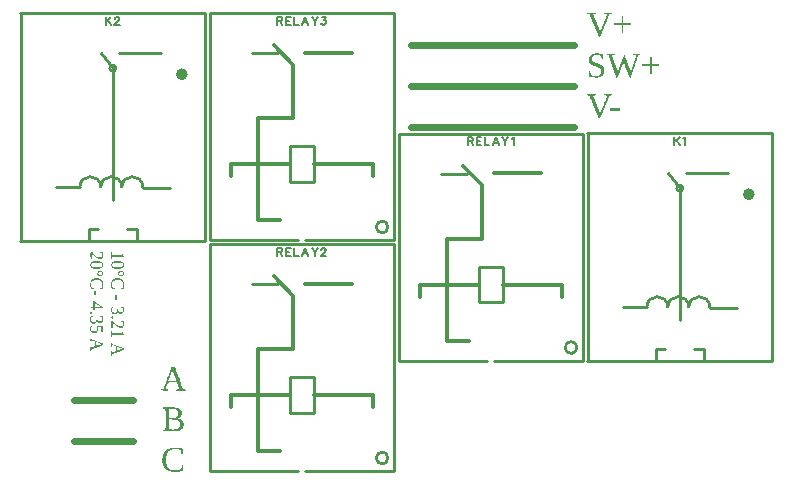
<source format=gto>
G04 Layer: TopSilkscreenLayer*
G04 EasyEDA Pro v2.2.45.4, 2025-12-25 15:41:57*
G04 Gerber Generator version 0.3*
G04 Scale: 100 percent, Rotated: No, Reflected: No*
G04 Dimensions in millimeters*
G04 Leading zeros omitted, absolute positions, 4 integers and 5 decimals*
G04 Generated by custom config*
%FSLAX45Y45*%
%MOMM*%
%ADD10C,0.1524*%
%ADD11C,0.6*%
%ADD12C,0.254*%
%ADD13C,0.3*%
%ADD14C,0.5*%
%ADD15C,0.3761*%
G75*


G04 Text Start*
G36*
G01X5292696Y3476336D02*
G01X5294081Y3475297D01*
G01X5296390Y3474951D01*
G01X5298699Y3475297D01*
G01X5300085Y3476336D01*
G01X5301932Y3479569D01*
G01X5307474Y3494347D01*
G01X5313016Y3508202D01*
G01X5314401Y3512358D01*
G01X5315786Y3516053D01*
G01X5319481Y3525289D01*
G01X5321328Y3530369D01*
G01X5328717Y3548842D01*
G01X5330103Y3552998D01*
G01X5331488Y3556231D01*
G01X5334259Y3563620D01*
G01X5339801Y3577474D01*
G01X5341648Y3582554D01*
G01X5343496Y3587173D01*
G01X5345343Y3592253D01*
G01X5347190Y3596409D01*
G01X5348576Y3600104D01*
G01X5349961Y3604260D01*
G01X5351808Y3607954D01*
G01X5352847Y3609224D01*
G01X5354117Y3609340D01*
G01X5355965Y3606569D01*
G01X5356888Y3602874D01*
G01X5358274Y3599180D01*
G01X5361968Y3589944D01*
G01X5363354Y3585787D01*
G01X5364739Y3582093D01*
G01X5368434Y3572856D01*
G01X5369819Y3568700D01*
G01X5373976Y3557616D01*
G01X5375361Y3554384D01*
G01X5376746Y3550689D01*
G01X5380441Y3540529D01*
G01X5382288Y3535911D01*
G01X5383674Y3531754D01*
G01X5385059Y3528522D01*
G01X5387830Y3521133D01*
G01X5389677Y3516514D01*
G01X5391063Y3512358D01*
G01X5392448Y3508664D01*
G01X5394296Y3503584D01*
G01X5397990Y3494347D01*
G01X5399376Y3490191D01*
G01X5400761Y3486496D01*
G01X5402608Y3481878D01*
G01X5404456Y3477722D01*
G01X5405726Y3476221D01*
G01X5407688Y3475413D01*
G01X5411845Y3475413D01*
G01X5413346Y3476336D01*
G01X5414154Y3478184D01*
G01X5415077Y3481878D01*
G01X5416463Y3485573D01*
G01X5417848Y3489729D01*
G01X5418772Y3492962D01*
G01X5420157Y3496656D01*
G01X5421543Y3500813D01*
G01X5422928Y3504507D01*
G01X5431241Y3529445D01*
G01X5433088Y3534525D01*
G01X5434474Y3539144D01*
G01X5435859Y3542838D01*
G01X5437245Y3546994D01*
G01X5438168Y3550227D01*
G01X5439554Y3553922D01*
G01X5441401Y3558540D01*
G01X5442786Y3562696D01*
G01X5443710Y3565929D01*
G01X5445096Y3569624D01*
G01X5446481Y3574242D01*
G01X5447866Y3578398D01*
G01X5449252Y3582093D01*
G01X5450176Y3585325D01*
G01X5451561Y3589020D01*
G01X5452946Y3593176D01*
G01X5454332Y3596871D01*
G01X5455717Y3601489D01*
G01X5457103Y3605645D01*
G01X5458488Y3608878D01*
G01X5459412Y3612111D01*
G01X5460797Y3615805D01*
G01X5462183Y3619962D01*
G01X5463106Y3623194D01*
G01X5464492Y3626889D01*
G01X5465877Y3631045D01*
G01X5466801Y3634278D01*
G01X5468186Y3637973D01*
G01X5469572Y3642129D01*
G01X5470957Y3645824D01*
G01X5476499Y3662449D01*
G01X5477885Y3665682D01*
G01X5479039Y3666952D01*
G01X5481579Y3667991D01*
G01X5487121Y3669376D01*
G01X5492201Y3670762D01*
G01X5495434Y3673071D01*
G01X5495896Y3676765D01*
G01X5495318Y3678613D01*
G01X5493586Y3679536D01*
G01X5460797Y3679998D01*
G01X5430317Y3679998D01*
G01X5429856Y3677689D01*
G01X5429856Y3673533D01*
G01X5431241Y3672032D01*
G01X5434474Y3671224D01*
G01X5440939Y3670300D01*
G01X5445096Y3669838D01*
G01X5448328Y3669376D01*
G01X5453870Y3668453D01*
G01X5458950Y3667529D01*
G01X5459874Y3665220D01*
G01X5458950Y3661525D01*
G01X5454794Y3649056D01*
G01X5453870Y3645362D01*
G01X5452485Y3641667D01*
G01X5451099Y3637511D01*
G01X5450176Y3634278D01*
G01X5448790Y3630584D01*
G01X5447405Y3625965D01*
G01X5446481Y3622271D01*
G01X5445096Y3618576D01*
G01X5443710Y3614420D01*
G01X5442786Y3611187D01*
G01X5441401Y3607493D01*
G01X5440016Y3602874D01*
G01X5435859Y3590405D01*
G01X5434474Y3585787D01*
G01X5433088Y3581631D01*
G01X5431703Y3577936D01*
G01X5430779Y3574242D01*
G01X5427546Y3564544D01*
G01X5426161Y3559925D01*
G01X5425237Y3556693D01*
G01X5423852Y3552998D01*
G01X5422466Y3548842D01*
G01X5421543Y3545609D01*
G01X5420157Y3541914D01*
G01X5418772Y3537296D01*
G01X5417386Y3533140D01*
G01X5415539Y3530831D01*
G01X5414616Y3531177D01*
G01X5413692Y3533140D01*
G01X5411845Y3537758D01*
G01X5410459Y3541914D01*
G01X5409074Y3545609D01*
G01X5407226Y3549765D01*
G01X5405379Y3555307D01*
G01X5403532Y3559925D01*
G01X5399837Y3570085D01*
G01X5397990Y3574704D01*
G01X5396605Y3578860D01*
G01X5395219Y3582554D01*
G01X5393372Y3587173D01*
G01X5389677Y3597333D01*
G01X5387830Y3601951D01*
G01X5385983Y3607031D01*
G01X5384136Y3611649D01*
G01X5382750Y3615805D01*
G01X5381365Y3619500D01*
G01X5379979Y3622733D01*
G01X5378594Y3626427D01*
G01X5374899Y3636587D01*
G01X5371205Y3645824D01*
G01X5369819Y3649980D01*
G01X5368434Y3653674D01*
G01X5367048Y3656907D01*
G01X5365663Y3660602D01*
G01X5364277Y3663834D01*
G01X5363238Y3664989D01*
G01X5361045Y3665682D01*
G01X5358620Y3665566D01*
G01X5356888Y3664296D01*
G01X5355041Y3660602D01*
G01X5350885Y3649518D01*
G01X5345343Y3635664D01*
G01X5343957Y3631507D01*
G01X5342572Y3627813D01*
G01X5337030Y3613958D01*
G01X5335645Y3610264D01*
G01X5334259Y3607031D01*
G01X5332412Y3602413D01*
G01X5330565Y3596871D01*
G01X5328717Y3592714D01*
G01X5327332Y3589020D01*
G01X5325946Y3584864D01*
G01X5313016Y3552536D01*
G01X5311168Y3546994D01*
G01X5309321Y3542838D01*
G01X5306550Y3535449D01*
G01X5304703Y3532216D01*
G01X5303779Y3531062D01*
G01X5302856Y3531293D01*
G01X5301008Y3534987D01*
G01X5297776Y3544685D01*
G01X5296390Y3548380D01*
G01X5295005Y3552536D01*
G01X5294081Y3555769D01*
G01X5292696Y3559464D01*
G01X5291310Y3563620D01*
G01X5290386Y3566853D01*
G01X5289001Y3570547D01*
G01X5287616Y3574704D01*
G01X5286692Y3577936D01*
G01X5285306Y3581631D01*
G01X5283459Y3586711D01*
G01X5274685Y3613034D01*
G01X5273299Y3616729D01*
G01X5271914Y3620885D01*
G01X5270990Y3624118D01*
G01X5269605Y3627813D01*
G01X5268219Y3631969D01*
G01X5267296Y3635202D01*
G01X5265910Y3638896D01*
G01X5264525Y3643053D01*
G01X5263601Y3646285D01*
G01X5262216Y3649980D01*
G01X5260368Y3655060D01*
G01X5258521Y3660602D01*
G01X5257136Y3665682D01*
G01X5256674Y3667991D01*
G01X5259906Y3667991D01*
G01X5264525Y3668453D01*
G01X5270066Y3669376D01*
G01X5278379Y3670300D01*
G01X5283921Y3671685D01*
G01X5284960Y3673186D01*
G01X5285306Y3675842D01*
G01X5284729Y3678382D01*
G01X5282997Y3679536D01*
G01X5245128Y3679998D01*
G01X5209568Y3679998D01*
G01X5209106Y3677689D01*
G01X5209106Y3673533D01*
G01X5210030Y3672032D01*
G01X5211877Y3671224D01*
G01X5215572Y3670300D01*
G01X5223885Y3668453D01*
G01X5226194Y3667067D01*
G01X5227579Y3663373D01*
G01X5228965Y3659216D01*
G01X5230350Y3655522D01*
G01X5231736Y3651365D01*
G01X5233583Y3646285D01*
G01X5234968Y3641667D01*
G01X5236354Y3637973D01*
G01X5237739Y3633816D01*
G01X5238663Y3630584D01*
G01X5240048Y3626889D01*
G01X5241896Y3622271D01*
G01X5243281Y3618114D01*
G01X5244205Y3614882D01*
G01X5246976Y3606569D01*
G01X5248361Y3602874D01*
G01X5249746Y3598718D01*
G01X5251132Y3595024D01*
G01X5252979Y3589944D01*
G01X5254365Y3585325D01*
G01X5255750Y3581631D01*
G01X5257136Y3577474D01*
G01X5258059Y3574242D01*
G01X5259445Y3570547D01*
G01X5261292Y3565929D01*
G01X5262677Y3561773D01*
G01X5263601Y3558540D01*
G01X5264986Y3554845D01*
G01X5266834Y3549765D01*
G01X5268681Y3543762D01*
G01X5270528Y3538682D01*
G01X5271914Y3534525D01*
G01X5274685Y3527136D01*
G01X5275608Y3523442D01*
G01X5276994Y3519747D01*
G01X5278379Y3515591D01*
G01X5279303Y3512358D01*
G01X5280688Y3508664D01*
G01X5282536Y3504045D01*
G01X5283921Y3499889D01*
G01X5285306Y3496194D01*
G01X5290848Y3479569D01*
G01X5292696Y3476336D01*
G37*
G36*
G01X5115819Y3477260D02*
G01X5120437Y3476798D01*
G01X5125979Y3477260D01*
G01X5138910Y3478184D01*
G01X5142143Y3478645D01*
G01X5145837Y3479569D01*
G01X5150456Y3480954D01*
G01X5155536Y3482802D01*
G01X5159692Y3484649D01*
G01X5163386Y3486496D01*
G01X5166619Y3488805D01*
G01X5170314Y3491576D01*
G01X5173546Y3494347D01*
G01X5176317Y3497580D01*
G01X5180012Y3502198D01*
G01X5182783Y3506816D01*
G01X5184630Y3510511D01*
G01X5186016Y3514205D01*
G01X5187401Y3518362D01*
G01X5188325Y3522518D01*
G01X5188786Y3526213D01*
G01X5189710Y3535449D01*
G01X5190172Y3538682D01*
G01X5189710Y3541914D01*
G01X5188786Y3551151D01*
G01X5187863Y3554845D01*
G01X5186477Y3558540D01*
G01X5185092Y3561773D01*
G01X5183706Y3564544D01*
G01X5181859Y3567776D01*
G01X5179550Y3571009D01*
G01X5175856Y3575627D01*
G01X5173546Y3577936D01*
G01X5170776Y3580245D01*
G01X5168005Y3582093D01*
G01X5164772Y3584402D01*
G01X5161077Y3586711D01*
G01X5153688Y3590405D01*
G01X5145376Y3594100D01*
G01X5137986Y3596871D01*
G01X5129674Y3599642D01*
G01X5125979Y3601027D01*
G01X5121823Y3602413D01*
G01X5117205Y3604260D01*
G01X5112125Y3606107D01*
G01X5108430Y3607954D01*
G01X5105197Y3609340D01*
G01X5102426Y3610725D01*
G01X5100117Y3612573D01*
G01X5096885Y3614882D01*
G01X5094114Y3617191D01*
G01X5092266Y3619500D01*
G01X5089957Y3621809D01*
G01X5088110Y3624118D01*
G01X5086725Y3627351D01*
G01X5085339Y3633354D01*
G01X5084877Y3641205D01*
G01X5085339Y3646285D01*
G01X5086725Y3649980D01*
G01X5089034Y3654136D01*
G01X5091343Y3657369D01*
G01X5094114Y3659678D01*
G01X5096885Y3661525D01*
G01X5100117Y3663373D01*
G01X5103812Y3665220D01*
G01X5108430Y3666605D01*
G01X5113048Y3667529D01*
G01X5124132Y3668453D01*
G01X5129212Y3668914D01*
G01X5134292Y3668453D01*
G01X5142605Y3667529D01*
G01X5146761Y3666605D01*
G01X5150917Y3665220D01*
G01X5154612Y3663834D01*
G01X5157845Y3662449D01*
G01X5160616Y3660602D01*
G01X5163386Y3658293D01*
G01X5164772Y3653674D01*
G01X5166157Y3648594D01*
G01X5167081Y3644900D01*
G01X5167543Y3641667D01*
G01X5168466Y3637973D01*
G01X5170314Y3634740D01*
G01X5175394Y3633816D01*
G01X5179088Y3633816D01*
G01X5179550Y3637973D01*
G01X5180012Y3657369D01*
G01X5179666Y3669261D01*
G01X5178626Y3674456D01*
G01X5176548Y3675957D01*
G01X5173085Y3676765D01*
G01X5167543Y3677689D01*
G01X5163848Y3678613D01*
G01X5159230Y3679536D01*
G01X5154612Y3679998D01*
G01X5150917Y3680460D01*
G01X5141681Y3681384D01*
G01X5136139Y3682307D01*
G01X5127826Y3682769D01*
G01X5122285Y3682307D01*
G01X5105659Y3680460D01*
G01X5101503Y3679536D01*
G01X5096885Y3678151D01*
G01X5092728Y3676765D01*
G01X5089034Y3675380D01*
G01X5085339Y3673533D01*
G01X5082106Y3671685D01*
G01X5079336Y3669838D01*
G01X5073794Y3665220D01*
G01X5071023Y3662449D01*
G01X5068714Y3659678D01*
G01X5066866Y3657369D01*
G01X5063634Y3650904D01*
G01X5062248Y3647209D01*
G01X5060863Y3642591D01*
G01X5059477Y3636125D01*
G01X5059016Y3628274D01*
G01X5059477Y3622271D01*
G01X5061786Y3613034D01*
G01X5063634Y3608416D01*
G01X5067328Y3601951D01*
G01X5069176Y3599180D01*
G01X5071485Y3596871D01*
G01X5074256Y3593638D01*
G01X5077026Y3590867D01*
G01X5079336Y3589482D01*
G01X5082568Y3587173D01*
G01X5086263Y3584864D01*
G01X5089496Y3583016D01*
G01X5093190Y3581169D01*
G01X5101503Y3577474D01*
G01X5108892Y3574704D01*
G01X5113048Y3573318D01*
G01X5116743Y3571933D01*
G01X5125056Y3569162D01*
G01X5128750Y3567776D01*
G01X5132906Y3566391D01*
G01X5141219Y3562696D01*
G01X5144452Y3560849D01*
G01X5148146Y3558540D01*
G01X5152765Y3555307D01*
G01X5156459Y3551151D01*
G01X5158768Y3547918D01*
G01X5160616Y3544685D01*
G01X5162463Y3540067D01*
G01X5163848Y3534525D01*
G01X5164310Y3526674D01*
G01X5163848Y3520671D01*
G01X5162001Y3514205D01*
G01X5160616Y3510511D01*
G01X5158768Y3506816D01*
G01X5156921Y3504045D01*
G01X5152303Y3499427D01*
G01X5149994Y3497580D01*
G01X5145376Y3494809D01*
G01X5142605Y3493424D01*
G01X5138448Y3492038D01*
G01X5133830Y3490653D01*
G01X5120899Y3489729D01*
G01X5108430Y3490191D01*
G01X5104736Y3491114D01*
G01X5099656Y3492500D01*
G01X5094576Y3494347D01*
G01X5089957Y3496194D01*
G01X5086263Y3498042D01*
G01X5083030Y3499889D01*
G01X5080259Y3501736D01*
G01X5077950Y3503584D01*
G01X5075641Y3506354D01*
G01X5074256Y3511434D01*
G01X5072408Y3520671D01*
G01X5071485Y3526213D01*
G01X5070561Y3530831D01*
G01X5069637Y3532678D01*
G01X5067790Y3533602D01*
G01X5062710Y3534064D01*
G01X5059939Y3534064D01*
G01X5059477Y3530831D01*
G01X5059016Y3508202D01*
G01X5059016Y3488805D01*
G01X5061325Y3487420D01*
G01X5066405Y3485573D01*
G01X5071023Y3484187D01*
G01X5076103Y3482802D01*
G01X5080721Y3481878D01*
G01X5089034Y3480031D01*
G01X5094576Y3479107D01*
G01X5102888Y3478184D01*
G01X5111201Y3477722D01*
G01X5115819Y3477260D01*
G37*
G36*
G01X5574405Y3541914D02*
G01X5574405Y3510049D01*
G01X5590106Y3510049D01*
G01X5590106Y3573780D01*
G01X5652914Y3573780D01*
G01X5652914Y3588558D01*
G01X5590106Y3588558D01*
G01X5590106Y3652289D01*
G01X5574405Y3652289D01*
G01X5574405Y3588558D01*
G01X5511597Y3588558D01*
G01X5511597Y3573780D01*
G01X5574405Y3573780D01*
G01X5574405Y3541914D01*
G37*
G36*
G01X5145837Y3823624D02*
G01X5147338Y3822238D01*
G01X5149994Y3821776D01*
G01X5152649Y3822238D01*
G01X5154150Y3823624D01*
G01X5157845Y3831936D01*
G01X5159230Y3835631D01*
G01X5163386Y3845329D01*
G01X5164772Y3849024D01*
G01X5167543Y3855489D01*
G01X5168928Y3859184D01*
G01X5172623Y3867496D01*
G01X5175394Y3874886D01*
G01X5179088Y3883198D01*
G01X5181859Y3889664D01*
G01X5184630Y3897053D01*
G01X5188325Y3905366D01*
G01X5191096Y3911831D01*
G01X5193866Y3919220D01*
G01X5197561Y3927533D01*
G01X5200332Y3933998D01*
G01X5203103Y3941387D01*
G01X5206797Y3949700D01*
G01X5209568Y3956166D01*
G01X5212339Y3963555D01*
G01X5216034Y3971867D01*
G01X5218805Y3978333D01*
G01X5221576Y3985722D01*
G01X5225270Y3994035D01*
G01X5228041Y4000500D01*
G01X5230812Y4007889D01*
G01X5232659Y4011584D01*
G01X5233929Y4013431D01*
G01X5235892Y4014355D01*
G01X5241434Y4015740D01*
G01X5246976Y4016664D01*
G01X5250670Y4017126D01*
G01X5253903Y4018049D01*
G01X5255404Y4018973D01*
G01X5256212Y4020820D01*
G01X5256212Y4024976D01*
G01X5247784Y4026362D01*
G01X5223423Y4026824D01*
G01X5191096Y4026824D01*
G01X5190634Y4023591D01*
G01X5190634Y4020820D01*
G01X5191557Y4018973D01*
G01X5193405Y4017934D01*
G01X5196176Y4017587D01*
G01X5200794Y4017126D01*
G01X5208183Y4016202D01*
G01X5211877Y4015278D01*
G01X5215110Y4014355D01*
G01X5215572Y4011584D01*
G01X5214186Y4007427D01*
G01X5211416Y4000962D01*
G01X5210030Y3997267D01*
G01X5208645Y3994035D01*
G01X5207259Y3990340D01*
G01X5204488Y3983875D01*
G01X5203103Y3980180D01*
G01X5198946Y3970482D01*
G01X5197561Y3966787D01*
G01X5192019Y3952933D01*
G01X5190172Y3948776D01*
G01X5187401Y3942311D01*
G01X5184630Y3934922D01*
G01X5180936Y3926609D01*
G01X5178165Y3919220D01*
G01X5174470Y3910907D01*
G01X5171699Y3903518D01*
G01X5168928Y3897053D01*
G01X5166157Y3889664D01*
G01X5162463Y3881351D01*
G01X5159692Y3873962D01*
G01X5157845Y3870729D01*
G01X5156921Y3869806D01*
G01X5155997Y3870729D01*
G01X5154150Y3874886D01*
G01X5152303Y3879966D01*
G01X5148608Y3888278D01*
G01X5146761Y3892896D01*
G01X5143990Y3899362D01*
G01X5142605Y3903056D01*
G01X5141219Y3906289D01*
G01X5139834Y3909984D01*
G01X5137063Y3916449D01*
G01X5135677Y3920144D01*
G01X5131983Y3928456D01*
G01X5129212Y3935846D01*
G01X5125517Y3944158D01*
G01X5122746Y3951547D01*
G01X5119976Y3958013D01*
G01X5118590Y3961707D01*
G01X5115819Y3968173D01*
G01X5114434Y3971867D01*
G01X5112586Y3976024D01*
G01X5108892Y3985260D01*
G01X5107045Y3989416D01*
G01X5105659Y3993111D01*
G01X5102888Y3999576D01*
G01X5101503Y4003271D01*
G01X5097808Y4011584D01*
G01X5097808Y4013893D01*
G01X5101041Y4014816D01*
G01X5104736Y4015278D01*
G01X5108430Y4016202D01*
G01X5112586Y4016664D01*
G01X5115819Y4017126D01*
G01X5119976Y4017587D01*
G01X5122746Y4017587D01*
G01X5123208Y4020820D01*
G01X5122746Y4025438D01*
G01X5112240Y4026477D01*
G01X5082568Y4026824D01*
G01X5043314Y4026824D01*
G01X5042852Y4024515D01*
G01X5042390Y4020358D01*
G01X5042967Y4018857D01*
G01X5044699Y4018049D01*
G01X5051165Y4017126D01*
G01X5058092Y4015740D01*
G01X5063172Y4014816D01*
G01X5065019Y4014239D01*
G01X5065943Y4012507D01*
G01X5067328Y4008813D01*
G01X5070099Y4002347D01*
G01X5071485Y3998653D01*
G01X5077026Y3985722D01*
G01X5078412Y3982027D01*
G01X5080259Y3978333D01*
G01X5082106Y3973715D01*
G01X5083954Y3969558D01*
G01X5087648Y3960322D01*
G01X5089496Y3956166D01*
G01X5091343Y3951547D01*
G01X5095037Y3943235D01*
G01X5096885Y3938616D01*
G01X5098732Y3934460D01*
G01X5101503Y3927995D01*
G01X5102888Y3924300D01*
G01X5104274Y3921067D01*
G01X5106121Y3916911D01*
G01X5107968Y3912293D01*
G01X5110739Y3905827D01*
G01X5112586Y3901209D01*
G01X5114434Y3897053D01*
G01X5122746Y3877656D01*
G01X5124132Y3873962D01*
G01X5126903Y3867496D01*
G01X5128288Y3863802D01*
G01X5131983Y3855489D01*
G01X5133368Y3851795D01*
G01X5134754Y3848562D01*
G01X5136139Y3845791D01*
G01X5137525Y3842096D01*
G01X5139372Y3837478D01*
G01X5141219Y3833322D01*
G01X5143990Y3826856D01*
G01X5145837Y3823624D01*
G37*
G36*
G01X5337954Y3888740D02*
G01X5337954Y3856875D01*
G01X5352732Y3856875D01*
G01X5352732Y3920606D01*
G01X5416463Y3920606D01*
G01X5416463Y3935384D01*
G01X5352732Y3935384D01*
G01X5352732Y3999115D01*
G01X5337954Y3999115D01*
G01X5337954Y3935384D01*
G01X5274223Y3935384D01*
G01X5274223Y3920606D01*
G01X5337954Y3920606D01*
G01X5337954Y3888740D01*
G37*
G36*
G01X5145837Y3132744D02*
G01X5147338Y3131358D01*
G01X5149994Y3130896D01*
G01X5152649Y3131358D01*
G01X5154150Y3132744D01*
G01X5157845Y3141056D01*
G01X5159230Y3144751D01*
G01X5163386Y3154449D01*
G01X5164772Y3158144D01*
G01X5167543Y3164609D01*
G01X5168928Y3168304D01*
G01X5172623Y3176616D01*
G01X5175394Y3184006D01*
G01X5179088Y3192318D01*
G01X5181859Y3198784D01*
G01X5184630Y3206173D01*
G01X5188325Y3214486D01*
G01X5191096Y3220951D01*
G01X5193866Y3228340D01*
G01X5197561Y3236653D01*
G01X5200332Y3243118D01*
G01X5203103Y3250507D01*
G01X5206797Y3258820D01*
G01X5209568Y3265286D01*
G01X5212339Y3272675D01*
G01X5216034Y3280987D01*
G01X5218805Y3287453D01*
G01X5221576Y3294842D01*
G01X5225270Y3303155D01*
G01X5228041Y3309620D01*
G01X5230812Y3317009D01*
G01X5232659Y3320704D01*
G01X5233929Y3322551D01*
G01X5235892Y3323475D01*
G01X5241434Y3324860D01*
G01X5246976Y3325784D01*
G01X5250670Y3326246D01*
G01X5253903Y3327169D01*
G01X5255404Y3328093D01*
G01X5256212Y3329940D01*
G01X5256212Y3334096D01*
G01X5247784Y3335482D01*
G01X5223423Y3335944D01*
G01X5191096Y3335944D01*
G01X5190634Y3332711D01*
G01X5190634Y3329940D01*
G01X5191557Y3328093D01*
G01X5193405Y3327054D01*
G01X5196176Y3326707D01*
G01X5200794Y3326246D01*
G01X5208183Y3325322D01*
G01X5211877Y3324398D01*
G01X5215110Y3323475D01*
G01X5215572Y3320704D01*
G01X5214186Y3316547D01*
G01X5211416Y3310082D01*
G01X5210030Y3306387D01*
G01X5208645Y3303155D01*
G01X5207259Y3299460D01*
G01X5204488Y3292995D01*
G01X5203103Y3289300D01*
G01X5198946Y3279602D01*
G01X5197561Y3275907D01*
G01X5192019Y3262053D01*
G01X5190172Y3257896D01*
G01X5187401Y3251431D01*
G01X5184630Y3244042D01*
G01X5180936Y3235729D01*
G01X5178165Y3228340D01*
G01X5174470Y3220027D01*
G01X5171699Y3212638D01*
G01X5168928Y3206173D01*
G01X5166157Y3198784D01*
G01X5162463Y3190471D01*
G01X5159692Y3183082D01*
G01X5157845Y3179849D01*
G01X5156921Y3178926D01*
G01X5155997Y3179849D01*
G01X5154150Y3184006D01*
G01X5152303Y3189086D01*
G01X5148608Y3197398D01*
G01X5146761Y3202016D01*
G01X5143990Y3208482D01*
G01X5142605Y3212176D01*
G01X5141219Y3215409D01*
G01X5139834Y3219104D01*
G01X5137063Y3225569D01*
G01X5135677Y3229264D01*
G01X5131983Y3237576D01*
G01X5129212Y3244966D01*
G01X5125517Y3253278D01*
G01X5122746Y3260667D01*
G01X5119976Y3267133D01*
G01X5118590Y3270827D01*
G01X5115819Y3277293D01*
G01X5114434Y3280987D01*
G01X5112586Y3285144D01*
G01X5108892Y3294380D01*
G01X5107045Y3298536D01*
G01X5105659Y3302231D01*
G01X5102888Y3308696D01*
G01X5101503Y3312391D01*
G01X5097808Y3320704D01*
G01X5097808Y3323013D01*
G01X5101041Y3323936D01*
G01X5104736Y3324398D01*
G01X5108430Y3325322D01*
G01X5112586Y3325784D01*
G01X5115819Y3326246D01*
G01X5119976Y3326707D01*
G01X5122746Y3326707D01*
G01X5123208Y3329940D01*
G01X5122746Y3334558D01*
G01X5112240Y3335597D01*
G01X5082568Y3335944D01*
G01X5043314Y3335944D01*
G01X5042852Y3333635D01*
G01X5042390Y3329478D01*
G01X5042967Y3327977D01*
G01X5044699Y3327169D01*
G01X5051165Y3326246D01*
G01X5058092Y3324860D01*
G01X5063172Y3323936D01*
G01X5065019Y3323359D01*
G01X5065943Y3321627D01*
G01X5067328Y3317933D01*
G01X5070099Y3311467D01*
G01X5071485Y3307773D01*
G01X5077026Y3294842D01*
G01X5078412Y3291147D01*
G01X5080259Y3287453D01*
G01X5082106Y3282835D01*
G01X5083954Y3278678D01*
G01X5087648Y3269442D01*
G01X5089496Y3265286D01*
G01X5091343Y3260667D01*
G01X5095037Y3252355D01*
G01X5096885Y3247736D01*
G01X5098732Y3243580D01*
G01X5101503Y3237115D01*
G01X5102888Y3233420D01*
G01X5104274Y3230187D01*
G01X5106121Y3226031D01*
G01X5107968Y3221413D01*
G01X5110739Y3214947D01*
G01X5112586Y3210329D01*
G01X5114434Y3206173D01*
G01X5122746Y3186776D01*
G01X5124132Y3183082D01*
G01X5126903Y3176616D01*
G01X5128288Y3172922D01*
G01X5131983Y3164609D01*
G01X5133368Y3160915D01*
G01X5134754Y3157682D01*
G01X5136139Y3154911D01*
G01X5137525Y3151216D01*
G01X5139372Y3146598D01*
G01X5141219Y3142442D01*
G01X5143990Y3135976D01*
G01X5145837Y3132744D01*
G37*
G36*
G01X5242819Y3208020D02*
G01X5242819Y3196475D01*
G01X5321328Y3196475D01*
G01X5321328Y3219566D01*
G01X5242819Y3219566D01*
G01X5242819Y3208020D01*
G37*
G36*
G01X1435590Y827867D02*
G01X1467917Y826943D01*
G01X1491701Y827289D01*
G01X1500245Y828329D01*
G01X1501168Y832485D01*
G01X1501168Y835256D01*
G01X1497936Y835718D01*
G01X1493317Y836641D01*
G01X1486852Y837565D01*
G01X1478539Y838489D01*
G01X1475768Y839412D01*
G01X1474845Y840221D01*
G01X1474845Y841721D01*
G01X1479001Y852805D01*
G01X1483157Y865274D01*
G01X1484543Y868969D01*
G01X1490085Y885594D01*
G01X1493779Y894831D01*
G01X1504055Y895869D01*
G01X1533034Y896216D01*
G01X1572288Y896678D01*
G01X1573096Y896331D01*
G01X1575059Y889751D01*
G01X1577830Y881438D01*
G01X1579677Y876358D01*
G01X1581525Y870816D01*
G01X1582910Y866198D01*
G01X1585681Y858809D01*
G01X1587066Y854652D01*
G01X1590761Y844492D01*
G01X1591685Y840798D01*
G01X1590992Y839412D01*
G01X1588914Y838951D01*
G01X1584757Y838489D01*
G01X1577368Y837565D01*
G01X1570903Y836641D01*
G01X1567670Y835718D01*
G01X1566285Y834448D01*
G01X1565823Y831561D01*
G01X1565823Y827867D01*
G01X1569056Y827405D01*
G01X1610619Y826943D01*
G01X1639598Y827405D01*
G01X1649874Y828791D01*
G01X1650797Y832485D01*
G01X1650220Y834101D01*
G01X1648488Y835256D01*
G01X1642946Y836641D01*
G01X1637405Y837565D01*
G01X1632786Y838027D01*
G01X1629092Y838489D01*
G01X1626321Y839412D01*
G01X1624012Y842183D01*
G01X1622165Y847263D01*
G01X1620317Y851881D01*
G01X1618932Y856038D01*
G01X1610619Y878205D01*
G01X1609234Y882361D01*
G01X1607386Y886979D01*
G01X1603692Y897139D01*
G01X1601845Y901758D01*
G01X1596303Y916536D01*
G01X1594917Y920692D01*
G01X1585219Y946554D01*
G01X1583372Y951172D01*
G01X1581525Y956714D01*
G01X1578754Y964103D01*
G01X1576906Y969183D01*
G01X1575059Y973339D01*
G01X1572288Y980729D01*
G01X1570903Y984885D01*
G01X1568132Y992274D01*
G01X1566746Y996431D01*
G01X1564899Y1000587D01*
G01X1563052Y1005667D01*
G01X1561666Y1009823D01*
G01X1560281Y1013056D01*
G01X1556125Y1024139D01*
G01X1554277Y1027834D01*
G01X1549890Y1028873D01*
G01X1539499Y1029219D01*
G01X1526106Y1029219D01*
G01X1525183Y1026449D01*
G01X1523336Y1021369D01*
G01X1521488Y1015827D01*
G01X1519641Y1011209D01*
G01X1518256Y1007514D01*
G01X1515485Y999201D01*
G01X1511328Y988118D01*
G01X1508557Y979805D01*
G01X1506710Y975187D01*
G01X1504863Y969645D01*
G01X1503016Y964565D01*
G01X1501168Y959947D01*
G01X1497012Y947478D01*
G01X1490085Y929005D01*
G01X1487314Y920692D01*
G01X1485928Y916998D01*
G01X1484543Y912841D01*
G01X1483988Y911456D01*
G01X1499783Y911456D01*
G01X1500245Y914689D01*
G01X1503477Y924387D01*
G01X1506248Y931776D01*
G01X1507634Y935932D01*
G01X1509481Y940551D01*
G01X1510866Y944707D01*
G01X1513637Y952096D01*
G01X1516408Y960409D01*
G01X1517794Y964103D01*
G01X1520565Y972416D01*
G01X1521950Y976111D01*
G01X1523336Y980267D01*
G01X1525183Y984885D01*
G01X1528877Y995969D01*
G01X1530725Y1000587D01*
G01X1532110Y1003358D01*
G01X1533496Y1003819D01*
G01X1534881Y1001049D01*
G01X1540423Y986271D01*
G01X1543194Y977958D01*
G01X1548736Y963179D01*
G01X1550121Y959023D01*
G01X1551968Y954405D01*
G01X1553816Y949325D01*
G01X1555663Y943783D01*
G01X1557510Y939165D01*
G01X1560281Y931776D01*
G01X1563052Y923463D01*
G01X1565823Y916074D01*
G01X1567208Y912841D01*
G01X1567670Y910994D01*
G01X1533957Y910994D01*
G01X1499783Y911456D01*
G01X1499783Y911456D01*
G01X1483988Y911456D01*
G01X1482696Y908223D01*
G01X1480848Y903143D01*
G01X1479001Y897601D01*
G01X1477154Y892983D01*
G01X1475768Y889289D01*
G01X1472997Y880976D01*
G01X1468841Y869892D01*
G01X1466070Y861579D01*
G01X1464223Y856961D01*
G01X1462376Y851419D01*
G01X1460528Y846339D01*
G01X1458681Y841721D01*
G01X1456372Y839412D01*
G01X1445288Y837565D01*
G01X1440670Y836641D01*
G01X1436052Y834794D01*
G01X1434666Y831099D01*
G01X1435590Y827867D01*
G37*
G36*
G01X1528993Y483581D02*
G01X1545618Y483119D01*
G01X1563167Y483581D01*
G01X1572404Y484505D01*
G01X1577022Y485429D01*
G01X1583026Y486352D01*
G01X1587644Y487738D01*
G01X1595956Y490509D01*
G01X1600113Y492356D01*
G01X1604269Y494665D01*
G01X1607964Y496974D01*
G01X1610735Y499283D01*
G01X1615353Y502978D01*
G01X1620895Y510367D01*
G01X1624589Y516832D01*
G01X1627360Y524221D01*
G01X1628284Y527454D01*
G01X1628746Y530687D01*
G01X1629207Y536229D01*
G01X1629669Y541309D01*
G01X1629669Y543618D01*
G01X1628746Y553778D01*
G01X1627360Y557472D01*
G01X1625513Y561629D01*
G01X1621818Y567171D01*
G01X1619509Y569941D01*
G01X1617662Y572251D01*
G01X1614891Y575021D01*
G01X1611196Y577331D01*
G01X1605655Y581025D01*
G01X1602422Y582872D01*
G01X1598266Y584719D01*
G01X1594109Y586105D01*
G01X1590876Y587029D01*
G01X1587182Y587952D01*
G01X1582564Y588876D01*
G01X1578869Y589799D01*
G01X1577946Y591185D01*
G01X1580716Y592571D01*
G01X1584411Y593956D01*
G01X1591800Y597651D01*
G01X1594571Y599498D01*
G01X1598266Y602269D01*
G01X1603807Y607811D01*
G01X1605655Y610119D01*
G01X1607502Y613352D01*
G01X1609811Y617509D01*
G01X1612582Y624898D01*
G01X1613506Y629054D01*
G01X1613967Y632287D01*
G01X1614429Y639214D01*
G01X1613967Y646141D01*
G01X1612120Y653531D01*
G01X1610735Y657225D01*
G01X1608426Y661381D01*
G01X1606116Y664614D01*
G01X1601498Y669232D01*
G01X1598727Y671541D01*
G01X1595495Y673389D01*
G01X1588106Y677083D01*
G01X1583487Y678931D01*
G01X1577484Y680316D01*
G01X1573327Y681239D01*
G01X1568709Y682163D01*
G01X1561320Y683087D01*
G01X1551160Y683549D01*
G01X1543771Y684011D01*
G01X1496666Y684472D01*
G01X1450946Y684472D01*
G01X1450484Y682163D01*
G01X1450022Y678007D01*
G01X1451061Y676506D01*
G01X1454178Y675698D01*
G01X1460644Y674774D01*
G01X1465262Y673851D01*
G01X1470804Y672927D01*
G01X1474960Y671541D01*
G01X1475361Y633672D01*
G01X1504516Y633672D01*
G01X1504516Y670618D01*
G01X1507749Y670156D01*
G01X1530840Y669694D01*
G01X1552084Y669232D01*
G01X1559473Y668309D01*
G01X1563167Y666923D01*
G01X1567786Y665076D01*
G01X1571018Y663229D01*
G01X1573327Y661381D01*
G01X1575636Y659072D01*
G01X1577946Y655839D01*
G01X1580255Y652145D01*
G01X1581640Y647527D01*
G01X1583487Y639214D01*
G01X1583487Y631825D01*
G01X1582564Y623974D01*
G01X1581640Y619356D01*
G01X1580255Y615661D01*
G01X1578407Y611967D01*
G01X1576560Y609196D01*
G01X1571942Y604578D01*
G01X1569171Y602731D01*
G01X1566400Y601345D01*
G01X1563167Y599959D01*
G01X1554855Y597189D01*
G01X1549313Y596265D01*
G01X1525760Y595803D01*
G01X1504978Y596265D01*
G01X1504978Y596265D01*
G01X1504516Y633672D01*
G01X1475361Y633672D01*
G01X1475884Y584258D01*
G01X1475537Y519257D01*
G01X1474541Y497898D01*
G01X1504516Y497898D01*
G01X1504516Y581949D01*
G01X1525760Y581949D01*
G01X1548389Y581487D01*
G01X1562244Y580563D01*
G01X1569633Y578716D01*
G01X1574251Y577331D01*
G01X1578869Y575483D01*
G01X1582564Y573636D01*
G01X1585796Y571327D01*
G01X1590415Y566709D01*
G01X1592724Y563476D01*
G01X1595033Y559319D01*
G01X1596880Y553778D01*
G01X1598266Y547312D01*
G01X1598727Y539461D01*
G01X1598266Y533458D01*
G01X1596418Y524221D01*
G01X1595495Y520989D01*
G01X1594109Y518218D01*
G01X1592262Y514985D01*
G01X1589953Y511752D01*
G01X1587644Y509443D01*
G01X1584411Y506672D01*
G01X1580716Y504363D01*
G01X1577022Y502516D01*
G01X1571942Y500669D01*
G01X1566862Y499283D01*
G01X1563167Y498359D01*
G01X1555778Y497436D01*
G01X1538229Y496974D01*
G01X1521604Y497436D01*
G01X1521604Y497436D01*
G01X1512829Y497898D01*
G01X1504516Y497898D01*
G01X1474541Y497898D01*
G01X1474498Y496974D01*
G01X1471266Y496051D01*
G01X1468033Y495589D01*
G01X1464338Y494665D01*
G01X1457873Y493741D01*
G01X1451869Y492818D01*
G01X1450484Y491548D01*
G01X1450022Y488661D01*
G01X1450022Y484967D01*
G01X1453255Y484505D01*
G01X1492509Y484043D01*
G01X1528993Y483581D01*
G37*
G36*
G01X1545791Y138834D02*
G01X1554566Y138372D01*
G01X1564264Y138834D01*
G01X1580890Y139758D01*
G01X1590126Y140681D01*
G01X1599362Y142529D01*
G01X1605828Y143452D01*
G01X1616911Y146223D01*
G01X1621068Y147609D01*
G01X1622453Y153728D01*
G01X1622915Y170238D01*
G01X1623377Y193329D01*
G01X1622453Y194368D01*
G01X1618759Y194714D01*
G01X1613679Y194714D01*
G01X1613217Y192405D01*
G01X1612293Y187325D01*
G01X1611370Y183169D01*
G01X1609522Y172085D01*
G01X1608599Y167467D01*
G01X1607791Y164927D01*
G01X1606290Y163772D01*
G01X1603519Y162387D01*
G01X1600286Y160539D01*
G01X1596591Y158692D01*
G01X1592897Y157307D01*
G01X1588741Y155921D01*
G01X1584122Y154536D01*
G01X1571653Y151765D01*
G01X1563341Y150841D01*
G01X1551333Y150379D01*
G01X1539326Y150841D01*
G01X1536093Y151303D01*
G01X1532399Y152227D01*
G01X1523162Y154998D01*
G01X1519006Y156845D01*
G01X1515311Y158692D01*
G01X1511617Y161001D01*
G01X1508384Y163311D01*
G01X1506075Y165158D01*
G01X1501457Y169776D01*
G01X1499148Y172547D01*
G01X1496377Y176703D01*
G01X1493606Y181321D01*
G01X1491759Y184554D01*
G01X1489911Y188249D01*
G01X1488064Y192405D01*
G01X1486679Y196561D01*
G01X1485293Y201179D01*
G01X1483908Y206721D01*
G01X1482984Y211801D01*
G01X1482061Y219191D01*
G01X1481137Y225656D01*
G01X1480675Y241358D01*
G01X1481137Y257059D01*
G01X1482061Y264449D01*
G01X1482984Y272761D01*
G01X1483908Y277379D01*
G01X1485293Y282459D01*
G01X1486679Y287078D01*
G01X1488064Y291234D01*
G01X1491759Y299547D01*
G01X1493606Y302779D01*
G01X1497301Y308321D01*
G01X1499610Y311092D01*
G01X1504228Y315711D01*
G01X1506537Y317558D01*
G01X1509770Y319867D01*
G01X1513464Y322176D01*
G01X1517159Y324023D01*
G01X1521777Y325871D01*
G01X1526857Y327718D01*
G01X1533784Y329103D01*
G01X1539326Y330027D01*
G01X1543944Y330951D01*
G01X1554104Y331412D01*
G01X1562417Y330951D01*
G01X1569806Y330027D01*
G01X1575348Y329103D01*
G01X1582275Y328179D01*
G01X1594744Y324023D01*
G01X1598901Y322176D01*
G01X1602595Y320329D01*
G01X1604904Y318481D01*
G01X1606290Y315249D01*
G01X1606751Y311554D01*
G01X1607675Y305089D01*
G01X1608599Y301394D01*
G01X1609522Y295852D01*
G01X1609984Y292619D01*
G01X1613217Y292158D01*
G01X1618297Y292158D01*
G01X1619682Y297699D01*
G01X1620144Y313401D01*
G01X1619798Y329219D01*
G01X1618759Y335107D01*
G01X1614602Y336954D01*
G01X1609984Y337878D01*
G01X1606751Y338339D01*
G01X1599362Y339263D01*
G01X1590126Y341111D01*
G01X1580890Y342034D01*
G01X1567035Y342958D01*
G01X1554104Y343881D01*
G01X1547177Y344343D01*
G01X1540250Y343881D01*
G01X1535631Y342958D01*
G01X1530551Y342496D01*
G01X1524086Y341572D01*
G01X1520391Y340649D01*
G01X1510231Y337878D01*
G01X1505613Y336031D01*
G01X1501457Y334645D01*
G01X1498686Y333259D01*
G01X1495453Y331874D01*
G01X1492682Y330489D01*
G01X1489911Y328641D01*
G01X1486217Y326332D01*
G01X1482984Y324023D01*
G01X1470515Y311554D01*
G01X1467744Y307859D01*
G01X1464973Y303703D01*
G01X1463126Y300471D01*
G01X1459431Y293081D01*
G01X1456661Y286616D01*
G01X1453890Y277379D01*
G01X1452966Y274147D01*
G01X1452504Y270914D01*
G01X1450657Y260754D01*
G01X1449733Y254289D01*
G01X1449271Y238125D01*
G01X1449733Y221961D01*
G01X1451581Y211801D01*
G01X1452504Y207183D01*
G01X1453890Y202565D01*
G01X1456661Y194252D01*
G01X1458508Y190096D01*
G01X1460355Y186401D01*
G01X1464050Y179936D01*
G01X1466359Y176703D01*
G01X1469591Y172085D01*
G01X1479751Y161925D01*
G01X1482522Y159616D01*
G01X1490835Y154074D01*
G01X1494068Y151765D01*
G01X1499148Y149456D01*
G01X1507461Y145761D01*
G01X1513464Y143914D01*
G01X1519468Y142529D01*
G01X1523624Y141605D01*
G01X1527319Y140681D01*
G01X1531475Y140219D01*
G01X1534708Y139758D01*
G01X1540711Y139296D01*
G01X1545791Y138834D01*
G37*
G54D10*
G01X5783748Y2974764D02*
G01X5783748Y2909740D01*
G01X5827182Y2974764D02*
G01X5783748Y2931584D01*
G01X5799242Y2947078D02*
G01X5827182Y2909740D01*
G01X5857408Y2962318D02*
G01X5863504Y2965620D01*
G01X5872648Y2974764D01*
G01X5872648Y2909740D01*
G01X969178Y3990764D02*
G01X969178Y3925740D01*
G01X1012612Y3990764D02*
G01X969178Y3947584D01*
G01X984672Y3963078D02*
G01X1012612Y3925740D01*
G01X1045886Y3975270D02*
G01X1045886Y3978318D01*
G01X1048934Y3984668D01*
G01X1051982Y3987716D01*
G01X1058078Y3990764D01*
G01X1070524Y3990764D01*
G01X1076874Y3987716D01*
G01X1079922Y3984668D01*
G01X1082970Y3978318D01*
G01X1082970Y3972222D01*
G01X1079922Y3966126D01*
G01X1073572Y3956728D01*
G01X1042838Y3925740D01*
G01X1086018Y3925740D01*
G01X4036059Y2969576D02*
G01X4036059Y2904552D01*
G01X4036059Y2969576D02*
G01X4063999Y2969576D01*
G01X4073143Y2966528D01*
G01X4076191Y2963480D01*
G01X4079493Y2957130D01*
G01X4079493Y2951034D01*
G01X4076191Y2944938D01*
G01X4073143Y2941890D01*
G01X4063999Y2938588D01*
G01X4036059Y2938588D01*
G01X4057649Y2938588D02*
G01X4079493Y2904552D01*
G01X4109719Y2969576D02*
G01X4109719Y2904552D01*
G01X4109719Y2969576D02*
G01X4149851Y2969576D01*
G01X4109719Y2938588D02*
G01X4134357Y2938588D01*
G01X4109719Y2904552D02*
G01X4149851Y2904552D01*
G01X4180077Y2969576D02*
G01X4180077Y2904552D01*
G01X4180077Y2904552D02*
G01X4217161Y2904552D01*
G01X4272025Y2969576D02*
G01X4247387Y2904552D01*
G01X4272025Y2969576D02*
G01X4296917Y2904552D01*
G01X4256531Y2926396D02*
G01X4287519Y2926396D01*
G01X4327143Y2969576D02*
G01X4351781Y2938588D01*
G01X4351781Y2904552D01*
G01X4376673Y2969576D02*
G01X4351781Y2938588D01*
G01X4406899Y2957130D02*
G01X4412995Y2960432D01*
G01X4422139Y2969576D01*
G01X4422139Y2904552D01*
G01X2421889Y2034830D02*
G01X2421889Y1969806D01*
G01X2421889Y2034830D02*
G01X2449829Y2034830D01*
G01X2458973Y2031782D01*
G01X2462021Y2028734D01*
G01X2465323Y2022384D01*
G01X2465323Y2016288D01*
G01X2462021Y2010192D01*
G01X2458973Y2007144D01*
G01X2449829Y2003842D01*
G01X2421889Y2003842D01*
G01X2443479Y2003842D02*
G01X2465323Y1969806D01*
G01X2495549Y2034830D02*
G01X2495549Y1969806D01*
G01X2495549Y2034830D02*
G01X2535681Y2034830D01*
G01X2495549Y2003842D02*
G01X2520187Y2003842D01*
G01X2495549Y1969806D02*
G01X2535681Y1969806D01*
G01X2565907Y2034830D02*
G01X2565907Y1969806D01*
G01X2565907Y1969806D02*
G01X2602991Y1969806D01*
G01X2657855Y2034830D02*
G01X2633217Y1969806D01*
G01X2657855Y2034830D02*
G01X2682747Y1969806D01*
G01X2642361Y1991650D02*
G01X2673349Y1991650D01*
G01X2712973Y2034830D02*
G01X2737611Y2003842D01*
G01X2737611Y1969806D01*
G01X2762503Y2034830D02*
G01X2737611Y2003842D01*
G01X2795777Y2019336D02*
G01X2795777Y2022384D01*
G01X2798825Y2028734D01*
G01X2801873Y2031782D01*
G01X2807969Y2034830D01*
G01X2820415Y2034830D01*
G01X2826765Y2031782D01*
G01X2829813Y2028734D01*
G01X2832861Y2022384D01*
G01X2832861Y2016288D01*
G01X2829813Y2010192D01*
G01X2823463Y2000794D01*
G01X2792729Y1969806D01*
G01X2835909Y1969806D01*
G01X2421889Y3990630D02*
G01X2421889Y3925606D01*
G01X2421889Y3990630D02*
G01X2449829Y3990630D01*
G01X2458973Y3987582D01*
G01X2462021Y3984534D01*
G01X2465323Y3978184D01*
G01X2465323Y3972088D01*
G01X2462021Y3965992D01*
G01X2458973Y3962944D01*
G01X2449829Y3959642D01*
G01X2421889Y3959642D01*
G01X2443479Y3959642D02*
G01X2465323Y3925606D01*
G01X2495549Y3990630D02*
G01X2495549Y3925606D01*
G01X2495549Y3990630D02*
G01X2535681Y3990630D01*
G01X2495549Y3959642D02*
G01X2520187Y3959642D01*
G01X2495549Y3925606D02*
G01X2535681Y3925606D01*
G01X2565907Y3990630D02*
G01X2565907Y3925606D01*
G01X2565907Y3925606D02*
G01X2602991Y3925606D01*
G01X2657855Y3990630D02*
G01X2633217Y3925606D01*
G01X2657855Y3990630D02*
G01X2682747Y3925606D01*
G01X2642361Y3947450D02*
G01X2673349Y3947450D01*
G01X2712973Y3990630D02*
G01X2737611Y3959642D01*
G01X2737611Y3925606D01*
G01X2762503Y3990630D02*
G01X2737611Y3959642D01*
G01X2798825Y3990630D02*
G01X2832861Y3990630D01*
G01X2814319Y3965992D01*
G01X2823463Y3965992D01*
G01X2829813Y3962944D01*
G01X2832861Y3959642D01*
G01X2835909Y3950498D01*
G01X2835909Y3944148D01*
G01X2832861Y3935004D01*
G01X2826765Y3928654D01*
G01X2817367Y3925606D01*
G01X2807969Y3925606D01*
G01X2798825Y3928654D01*
G01X2795777Y3931956D01*
G01X2792729Y3938052D01*
G36*
G01X1017051Y1968143D02*
G01X1017294Y1996022D01*
G01X1018991Y1996506D01*
G01X1021173Y1995779D01*
G01X1021718Y1994628D01*
G01X1021900Y1992628D01*
G01X1022142Y1989476D01*
G01X1022385Y1987537D01*
G01X1022627Y1984628D01*
G01X1023112Y1982203D01*
G01X1023355Y1978810D01*
G01X1023839Y1975416D01*
G01X1034446Y1974870D01*
G01X1065294Y1974688D01*
G01X1107476Y1974931D01*
G01X1108324Y1975355D01*
G01X1108446Y1976143D01*
G01X1107718Y1978082D01*
G01X1106991Y1980264D01*
G01X1106264Y1982203D01*
G01X1105536Y1983900D01*
G01X1104809Y1986325D01*
G01X1103839Y1988749D01*
G01X1103112Y1990931D01*
G01X1102385Y1992870D01*
G01X1101900Y1994809D01*
G01X1102203Y1995719D01*
G01X1103112Y1996022D01*
G01X1105052Y1995779D01*
G01X1106264Y1995052D01*
G01X1116930Y1976385D01*
G01X1118142Y1973961D01*
G01X1119355Y1972022D01*
G01X1120809Y1969113D01*
G01X1122021Y1967173D01*
G01X1122749Y1963537D01*
G01X1122749Y1961113D01*
G01X1074264Y1961113D01*
G01X1024567Y1960870D01*
G01X1023658Y1960264D01*
G01X1023355Y1958931D01*
G01X1023112Y1955537D01*
G01X1022627Y1953113D01*
G01X1022142Y1948264D01*
G01X1021900Y1945113D01*
G01X1021415Y1941234D01*
G01X1020748Y1940143D01*
G01X1019718Y1939779D01*
G01X1017779Y1940264D01*
G01X1017233Y1947476D01*
G01X1017051Y1968143D01*
G37*
G36*
G01X1075233Y1818567D02*
G01X1075264Y1819052D01*
G01X1082991Y1819052D01*
G01X1083233Y1815901D01*
G01X1083718Y1813961D01*
G01X1084446Y1811779D01*
G01X1085415Y1810082D01*
G01X1086627Y1808143D01*
G01X1088567Y1805961D01*
G01X1090749Y1804507D01*
G01X1092446Y1803537D01*
G01X1094385Y1802810D01*
G01X1096324Y1802325D01*
G01X1098749Y1802082D01*
G01X1101173Y1802325D01*
G01X1103597Y1802810D01*
G01X1106021Y1803537D01*
G01X1107718Y1804264D01*
G01X1109173Y1805234D01*
G01X1111597Y1807173D01*
G01X1112567Y1808385D01*
G01X1113536Y1809840D01*
G01X1114506Y1811537D01*
G01X1115233Y1813476D01*
G01X1115718Y1815416D01*
G01X1115961Y1817597D01*
G01X1115718Y1819779D01*
G01X1115476Y1821476D01*
G01X1114991Y1823416D01*
G01X1114021Y1825597D01*
G01X1113052Y1827294D01*
G01X1111839Y1828991D01*
G01X1110385Y1830688D01*
G01X1108446Y1832143D01*
G01X1105779Y1833597D01*
G01X1103597Y1834325D01*
G01X1099718Y1834567D01*
G01X1095112Y1834082D01*
G01X1092446Y1833113D01*
G01X1090021Y1831900D01*
G01X1088324Y1830446D01*
G01X1087112Y1829234D01*
G01X1085900Y1827779D01*
G01X1084688Y1825840D01*
G01X1083718Y1823416D01*
G01X1083718Y1823416D01*
G01X1083233Y1821719D01*
G01X1082991Y1819052D01*
G01X1075264Y1819052D01*
G01X1075476Y1822446D01*
G01X1076203Y1825113D01*
G01X1077173Y1828022D01*
G01X1078385Y1830446D01*
G01X1079597Y1832143D01*
G01X1080324Y1833355D01*
G01X1081294Y1834567D01*
G01X1084203Y1837476D01*
G01X1087840Y1839900D01*
G01X1089294Y1840628D01*
G01X1090991Y1841355D01*
G01X1093415Y1842082D01*
G01X1096809Y1842567D01*
G01X1100203Y1842567D01*
G01X1103597Y1842082D01*
G01X1106749Y1841355D01*
G01X1109415Y1840385D01*
G01X1112809Y1838688D01*
G01X1114021Y1837719D01*
G01X1115476Y1836507D01*
G01X1117415Y1834810D01*
G01X1118870Y1832870D01*
G01X1120082Y1831173D01*
G01X1121294Y1828991D01*
G01X1122264Y1826810D01*
G01X1122991Y1824143D01*
G01X1123476Y1821719D01*
G01X1123718Y1819294D01*
G01X1123476Y1816385D01*
G01X1122991Y1813476D01*
G01X1122264Y1810810D01*
G01X1120324Y1806446D01*
G01X1119112Y1804507D01*
G01X1117900Y1802810D01*
G01X1115476Y1800385D01*
G01X1113779Y1798931D01*
G01X1112082Y1797719D01*
G01X1110385Y1796749D01*
G01X1108203Y1795779D01*
G01X1106021Y1795052D01*
G01X1104082Y1794567D01*
G01X1100688Y1794325D01*
G01X1096324Y1794567D01*
G01X1093415Y1795052D01*
G01X1091233Y1795779D01*
G01X1089052Y1796749D01*
G01X1086627Y1797961D01*
G01X1084930Y1799173D01*
G01X1083718Y1800143D01*
G01X1081294Y1802567D01*
G01X1079840Y1804264D01*
G01X1078385Y1806446D01*
G01X1077173Y1808628D01*
G01X1076446Y1810567D01*
G01X1075476Y1814931D01*
G01X1075233Y1818567D01*
G37*
G36*
G01X1015597Y1890810D02*
G01X1015709Y1892264D01*
G01X1022142Y1892264D01*
G01X1022142Y1889597D01*
G01X1022870Y1885961D01*
G01X1023839Y1883537D01*
G01X1024809Y1881840D01*
G01X1027233Y1879416D01*
G01X1028688Y1878203D01*
G01X1030142Y1877234D01*
G01X1031839Y1876264D01*
G01X1034264Y1875294D01*
G01X1037173Y1874325D01*
G01X1039597Y1873597D01*
G01X1043961Y1872628D01*
G01X1047355Y1872143D01*
G01X1050021Y1871900D01*
G01X1054143Y1871658D01*
G01X1057052Y1871173D01*
G01X1068688Y1870931D01*
G01X1081779Y1871173D01*
G01X1084688Y1871658D01*
G01X1090991Y1872143D01*
G01X1094870Y1872628D01*
G01X1096567Y1872870D01*
G01X1104324Y1874809D01*
G01X1106506Y1875779D01*
G01X1108930Y1876991D01*
G01X1110870Y1878203D01*
G01X1112324Y1879173D01*
G01X1113536Y1880385D01*
G01X1114991Y1882325D01*
G01X1116203Y1884749D01*
G01X1116930Y1886931D01*
G01X1117415Y1890082D01*
G01X1117173Y1892991D01*
G01X1116688Y1894931D01*
G01X1115961Y1897113D01*
G01X1114749Y1899294D01*
G01X1113536Y1900991D01*
G01X1112567Y1901961D01*
G01X1111355Y1902931D01*
G01X1109415Y1904143D01*
G01X1106991Y1905355D01*
G01X1104324Y1906325D01*
G01X1102143Y1907052D01*
G01X1097779Y1908022D01*
G01X1093900Y1908507D01*
G01X1088082Y1908991D01*
G01X1084203Y1909476D01*
G01X1070870Y1909719D01*
G01X1057537Y1909476D01*
G01X1053173Y1908991D01*
G01X1048324Y1908507D01*
G01X1043961Y1908022D01*
G01X1042264Y1907779D01*
G01X1039839Y1907294D01*
G01X1037658Y1906567D01*
G01X1035476Y1906082D01*
G01X1033294Y1905355D01*
G01X1031112Y1904385D01*
G01X1028445Y1902931D01*
G01X1026506Y1901476D01*
G01X1025294Y1900264D01*
G01X1024324Y1899052D01*
G01X1023597Y1897597D01*
G01X1022870Y1895900D01*
G01X1022385Y1893961D01*
G01X1022385Y1893961D01*
G01X1022142Y1892264D01*
G01X1015709Y1892264D01*
G01X1015839Y1893961D01*
G01X1016324Y1896870D01*
G01X1017051Y1900022D01*
G01X1018021Y1902446D01*
G01X1018991Y1904628D01*
G01X1019961Y1906325D01*
G01X1021415Y1908507D01*
G01X1022870Y1910446D01*
G01X1024082Y1911658D01*
G01X1025294Y1912628D01*
G01X1026991Y1914082D01*
G01X1030627Y1916507D01*
G01X1033536Y1917961D01*
G01X1035718Y1918931D01*
G01X1038142Y1919901D01*
G01X1045415Y1922082D01*
G01X1051233Y1923052D01*
G01X1053658Y1923537D01*
G01X1060446Y1924022D01*
G01X1069173Y1924264D01*
G01X1077900Y1924022D01*
G01X1081052Y1923779D01*
G01X1084688Y1923537D01*
G01X1087112Y1923052D01*
G01X1090021Y1922567D01*
G01X1093415Y1922082D01*
G01X1096082Y1921355D01*
G01X1100930Y1919901D01*
G01X1102870Y1919173D01*
G01X1104567Y1918446D01*
G01X1108446Y1916507D01*
G01X1110142Y1915537D01*
G01X1111597Y1914567D01*
G01X1113294Y1913355D01*
G01X1114991Y1911901D01*
G01X1117415Y1909476D01*
G01X1118385Y1908264D01*
G01X1119355Y1906810D01*
G01X1120567Y1904628D01*
G01X1121779Y1901961D01*
G01X1122749Y1899537D01*
G01X1123233Y1897597D01*
G01X1123476Y1895900D01*
G01X1123961Y1891537D01*
G01X1123961Y1890325D01*
G01X1123718Y1888870D01*
G01X1123476Y1886203D01*
G01X1122991Y1882809D01*
G01X1122264Y1880385D01*
G01X1121536Y1878446D01*
G01X1120809Y1876749D01*
G01X1118870Y1873355D01*
G01X1117658Y1871658D01*
G01X1116203Y1869961D01*
G01X1113779Y1867537D01*
G01X1112567Y1866567D01*
G01X1109658Y1864628D01*
G01X1107961Y1863658D01*
G01X1106021Y1862688D01*
G01X1101658Y1860749D01*
G01X1099233Y1860022D01*
G01X1096567Y1859294D01*
G01X1094385Y1858567D01*
G01X1088567Y1857597D01*
G01X1086627Y1857113D01*
G01X1079355Y1856628D01*
G01X1070385Y1856385D01*
G01X1061415Y1856628D01*
G01X1054627Y1857113D01*
G01X1052446Y1857597D01*
G01X1049294Y1858082D01*
G01X1046385Y1858567D01*
G01X1044446Y1859052D01*
G01X1042264Y1859537D01*
G01X1039839Y1860264D01*
G01X1035961Y1861719D01*
G01X1033779Y1862688D01*
G01X1031355Y1863900D01*
G01X1028930Y1865355D01*
G01X1026506Y1867052D01*
G01X1024809Y1868264D01*
G01X1023355Y1869719D01*
G01X1021415Y1872143D01*
G01X1019961Y1874325D01*
G01X1018991Y1876022D01*
G01X1018264Y1877719D01*
G01X1017536Y1879658D01*
G01X1016809Y1881840D01*
G01X1016324Y1883779D01*
G01X1015839Y1887658D01*
G01X1015597Y1890810D01*
G37*
G36*
G01X838627Y1724506D02*
G01X838870Y1729113D01*
G01X839112Y1731779D01*
G01X839355Y1734931D01*
G01X839840Y1738810D01*
G01X840324Y1740991D01*
G01X841052Y1744143D01*
G01X841779Y1746567D01*
G01X842264Y1748507D01*
G01X842991Y1750446D01*
G01X843961Y1752385D01*
G01X844930Y1754810D01*
G01X846143Y1756992D01*
G01X847597Y1759173D01*
G01X848809Y1760870D01*
G01X849779Y1762325D01*
G01X850991Y1763779D01*
G01X856324Y1769113D01*
G01X858749Y1770810D01*
G01X860446Y1772022D01*
G01X863839Y1773961D01*
G01X865779Y1774931D01*
G01X867961Y1775901D01*
G01X872324Y1777355D01*
G01X874749Y1778082D01*
G01X877173Y1778567D01*
G01X882506Y1779537D01*
G01X890991Y1779779D01*
G01X899476Y1779537D01*
G01X903355Y1779052D01*
G01X908203Y1778082D01*
G01X909900Y1777840D01*
G01X911840Y1777355D01*
G01X914264Y1776628D01*
G01X916446Y1775901D01*
G01X919840Y1774446D01*
G01X923718Y1772507D01*
G01X925415Y1771537D01*
G01X927597Y1770082D01*
G01X929537Y1768628D01*
G01X936082Y1762082D01*
G01X937294Y1760385D01*
G01X938506Y1758446D01*
G01X939476Y1756992D01*
G01X940203Y1755537D01*
G01X941173Y1753355D01*
G01X942143Y1751416D01*
G01X942627Y1749719D01*
G01X943355Y1747779D01*
G01X944809Y1742446D01*
G01X945294Y1740507D01*
G01X945779Y1737113D01*
G01X946021Y1734446D01*
G01X946506Y1732022D01*
G01X946749Y1728385D01*
G01X946506Y1724749D01*
G01X946021Y1717961D01*
G01X945537Y1710688D01*
G01X945052Y1705840D01*
G01X944082Y1700991D01*
G01X943597Y1697113D01*
G01X943355Y1695416D01*
G01X942870Y1692991D01*
G01X941900Y1690810D01*
G01X938809Y1690264D01*
G01X930506Y1690082D01*
G01X922264Y1690325D01*
G01X919355Y1691052D01*
G01X919355Y1693719D01*
G01X919597Y1695416D01*
G01X921537Y1695658D01*
G01X924203Y1696143D01*
G01X926143Y1696628D01*
G01X929537Y1697113D01*
G01X932446Y1697597D01*
G01X933658Y1698567D01*
G01X935597Y1702446D01*
G01X936567Y1704870D01*
G01X937537Y1707779D01*
G01X938264Y1710203D01*
G01X938749Y1713597D01*
G01X939234Y1716506D01*
G01X939718Y1720385D01*
G01X939961Y1724749D01*
G01X939718Y1730082D01*
G01X939234Y1732507D01*
G01X938749Y1735416D01*
G01X938021Y1739052D01*
G01X937052Y1741719D01*
G01X936082Y1744143D01*
G01X935112Y1746082D01*
G01X933900Y1748022D01*
G01X932688Y1749719D01*
G01X931718Y1750931D01*
G01X929294Y1753355D01*
G01X927840Y1754567D01*
G01X924931Y1756507D01*
G01X923234Y1757476D01*
G01X918870Y1759416D01*
G01X916688Y1760143D01*
G01X914264Y1760870D01*
G01X911597Y1761598D01*
G01X909173Y1762082D01*
G01X904809Y1762567D01*
G01X900931Y1763052D01*
G01X892688Y1763295D01*
G01X884446Y1763052D01*
G01X881052Y1762567D01*
G01X877173Y1762082D01*
G01X874506Y1761598D01*
G01X871597Y1760870D01*
G01X869173Y1760143D01*
G01X866991Y1759416D01*
G01X864809Y1758446D01*
G01X862870Y1757476D01*
G01X861173Y1756507D01*
G01X858749Y1755052D01*
G01X856567Y1753598D01*
G01X855112Y1752385D01*
G01X852203Y1749476D01*
G01X850506Y1747052D01*
G01X849294Y1745113D01*
G01X848324Y1743173D01*
G01X847355Y1740991D01*
G01X845900Y1736143D01*
G01X845415Y1734203D01*
G01X845173Y1732507D01*
G01X844930Y1726203D01*
G01X845173Y1719900D01*
G01X845415Y1717961D01*
G01X845658Y1715537D01*
G01X846143Y1713597D01*
G01X846627Y1710931D01*
G01X847355Y1708022D01*
G01X848809Y1703658D01*
G01X849779Y1701476D01*
G01X851476Y1698082D01*
G01X852930Y1696628D01*
G01X856324Y1695658D01*
G01X859233Y1695173D01*
G01X862627Y1694688D01*
G01X864567Y1694204D01*
G01X868203Y1693476D01*
G01X868203Y1690810D01*
G01X868021Y1688870D01*
G01X867476Y1688385D01*
G01X855355Y1688628D01*
G01X846688Y1688870D01*
G01X843476Y1689597D01*
G01X842749Y1691779D01*
G01X841294Y1697597D01*
G01X840809Y1700991D01*
G01X839840Y1705840D01*
G01X839355Y1710688D01*
G01X838870Y1719416D01*
G01X838627Y1724506D01*
G37*
G36*
G01X872082Y1673598D02*
G01X884203Y1673598D01*
G01X884203Y1631901D01*
G01X872082Y1631901D01*
G01X872082Y1673598D01*
G37*
G36*
G01X1015597Y1724506D02*
G01X1015839Y1729113D01*
G01X1016082Y1731779D01*
G01X1016324Y1734931D01*
G01X1016809Y1738810D01*
G01X1017294Y1740991D01*
G01X1018021Y1744143D01*
G01X1018748Y1746567D01*
G01X1019233Y1748507D01*
G01X1019961Y1750446D01*
G01X1020930Y1752385D01*
G01X1021900Y1754810D01*
G01X1023112Y1756992D01*
G01X1024567Y1759173D01*
G01X1025779Y1760870D01*
G01X1026748Y1762325D01*
G01X1027961Y1763779D01*
G01X1033294Y1769113D01*
G01X1035718Y1770810D01*
G01X1037415Y1772022D01*
G01X1040809Y1773961D01*
G01X1042749Y1774931D01*
G01X1044930Y1775901D01*
G01X1049294Y1777355D01*
G01X1051718Y1778082D01*
G01X1054143Y1778567D01*
G01X1059476Y1779537D01*
G01X1067961Y1779779D01*
G01X1076446Y1779537D01*
G01X1080324Y1779052D01*
G01X1085173Y1778082D01*
G01X1086870Y1777840D01*
G01X1088809Y1777355D01*
G01X1091233Y1776628D01*
G01X1093415Y1775901D01*
G01X1096809Y1774446D01*
G01X1100688Y1772507D01*
G01X1102385Y1771537D01*
G01X1104567Y1770082D01*
G01X1106506Y1768628D01*
G01X1113052Y1762082D01*
G01X1114264Y1760385D01*
G01X1115476Y1758446D01*
G01X1116446Y1756992D01*
G01X1117173Y1755537D01*
G01X1118142Y1753355D01*
G01X1119112Y1751416D01*
G01X1119597Y1749719D01*
G01X1120324Y1747779D01*
G01X1121779Y1742446D01*
G01X1122264Y1740507D01*
G01X1122749Y1737113D01*
G01X1122991Y1734446D01*
G01X1123476Y1732022D01*
G01X1123718Y1728385D01*
G01X1123476Y1724749D01*
G01X1122991Y1717961D01*
G01X1122506Y1710688D01*
G01X1122021Y1705840D01*
G01X1121052Y1700991D01*
G01X1120567Y1697113D01*
G01X1120324Y1695416D01*
G01X1119839Y1692991D01*
G01X1118870Y1690810D01*
G01X1115779Y1690264D01*
G01X1107476Y1690082D01*
G01X1099233Y1690325D01*
G01X1096324Y1691052D01*
G01X1096324Y1693719D01*
G01X1096567Y1695416D01*
G01X1098506Y1695658D01*
G01X1101173Y1696143D01*
G01X1103112Y1696628D01*
G01X1106506Y1697113D01*
G01X1109415Y1697597D01*
G01X1110627Y1698567D01*
G01X1112567Y1702446D01*
G01X1113536Y1704870D01*
G01X1114506Y1707779D01*
G01X1115233Y1710203D01*
G01X1115718Y1713597D01*
G01X1116203Y1716506D01*
G01X1116688Y1720385D01*
G01X1116930Y1724749D01*
G01X1116688Y1730082D01*
G01X1116203Y1732507D01*
G01X1115718Y1735416D01*
G01X1114991Y1739052D01*
G01X1114021Y1741719D01*
G01X1113052Y1744143D01*
G01X1112082Y1746082D01*
G01X1110870Y1748022D01*
G01X1109658Y1749719D01*
G01X1108688Y1750931D01*
G01X1106264Y1753355D01*
G01X1104809Y1754567D01*
G01X1101900Y1756507D01*
G01X1100203Y1757476D01*
G01X1095839Y1759416D01*
G01X1093658Y1760143D01*
G01X1091233Y1760870D01*
G01X1088567Y1761598D01*
G01X1086143Y1762082D01*
G01X1081779Y1762567D01*
G01X1077900Y1763052D01*
G01X1069658Y1763295D01*
G01X1061415Y1763052D01*
G01X1058021Y1762567D01*
G01X1054143Y1762082D01*
G01X1051476Y1761598D01*
G01X1048567Y1760870D01*
G01X1046143Y1760143D01*
G01X1043961Y1759416D01*
G01X1041779Y1758446D01*
G01X1039839Y1757476D01*
G01X1038142Y1756507D01*
G01X1035718Y1755052D01*
G01X1033536Y1753598D01*
G01X1032082Y1752385D01*
G01X1029173Y1749476D01*
G01X1027476Y1747052D01*
G01X1026264Y1745113D01*
G01X1025294Y1743173D01*
G01X1024324Y1740991D01*
G01X1022870Y1736143D01*
G01X1022385Y1734203D01*
G01X1022142Y1732507D01*
G01X1021900Y1726203D01*
G01X1022142Y1719900D01*
G01X1022385Y1717961D01*
G01X1022627Y1715537D01*
G01X1023112Y1713597D01*
G01X1023597Y1710931D01*
G01X1024324Y1708022D01*
G01X1025779Y1703658D01*
G01X1026748Y1701476D01*
G01X1028445Y1698082D01*
G01X1029900Y1696628D01*
G01X1033294Y1695658D01*
G01X1036203Y1695173D01*
G01X1039597Y1694688D01*
G01X1041536Y1694204D01*
G01X1045173Y1693476D01*
G01X1045173Y1690810D01*
G01X1044991Y1688870D01*
G01X1044446Y1688385D01*
G01X1032324Y1688628D01*
G01X1023658Y1688870D01*
G01X1020445Y1689597D01*
G01X1019718Y1691779D01*
G01X1018264Y1697597D01*
G01X1017779Y1700991D01*
G01X1016809Y1705840D01*
G01X1016324Y1710688D01*
G01X1015839Y1719416D01*
G01X1015597Y1724506D01*
G37*
G36*
G01X1049052Y1633840D02*
G01X1061173Y1633840D01*
G01X1061173Y1592143D01*
G01X1049052Y1592143D01*
G01X1049052Y1633840D01*
G37*
G36*
G01X840082Y1256385D02*
G01X840324Y1273113D01*
G01X842021Y1273598D01*
G01X844203Y1273113D01*
G01X845173Y1270931D01*
G01X845658Y1268507D01*
G01X846385Y1263416D01*
G01X847112Y1261719D01*
G01X849052Y1260749D01*
G01X855597Y1258567D01*
G01X858021Y1257598D01*
G01X860688Y1256628D01*
G01X863597Y1255658D01*
G01X866021Y1254689D01*
G01X870385Y1253234D01*
G01X876203Y1251052D01*
G01X878385Y1250325D01*
G01X881052Y1249355D01*
G01X883476Y1248386D01*
G01X887840Y1246931D01*
G01X893658Y1244749D01*
G01X895840Y1244022D01*
G01X901173Y1242083D01*
G01X903355Y1241355D01*
G01X911112Y1238446D01*
G01X917658Y1236264D01*
G01X920082Y1235295D01*
G01X922749Y1234325D01*
G01X925658Y1233355D01*
G01X928082Y1232386D01*
G01X932446Y1230931D01*
G01X938264Y1228749D01*
G01X942627Y1227295D01*
G01X945052Y1226325D01*
G01X946264Y1225598D01*
G01X946264Y1219537D01*
G01X946021Y1212264D01*
G01X945052Y1210810D01*
G01X943597Y1210083D01*
G01X941658Y1209355D01*
G01X939476Y1208628D01*
G01X931718Y1205719D01*
G01X929294Y1204749D01*
G01X923961Y1202810D01*
G01X921537Y1201840D01*
G01X919355Y1201113D01*
G01X909658Y1197477D01*
G01X907234Y1196507D01*
G01X904567Y1195537D01*
G01X902385Y1194810D01*
G01X890749Y1190446D01*
G01X888567Y1189719D01*
G01X884688Y1188264D01*
G01X882506Y1187295D01*
G01X874749Y1184386D01*
G01X872082Y1183416D01*
G01X869658Y1182446D01*
G01X867476Y1181719D01*
G01X851961Y1175901D01*
G01X847597Y1174446D01*
G01X846627Y1173719D01*
G01X846143Y1172022D01*
G01X845658Y1167658D01*
G01X845173Y1164749D01*
G01X844688Y1162325D01*
G01X844446Y1160628D01*
G01X842991Y1160628D01*
G01X840809Y1161113D01*
G01X840264Y1166507D01*
G01X840082Y1181719D01*
G01X840324Y1203537D01*
G01X840567Y1205234D01*
G01X842506Y1205234D01*
G01X844021Y1204992D01*
G01X844688Y1204264D01*
G01X845173Y1202567D01*
G01X845658Y1198689D01*
G01X846143Y1195295D01*
G01X846385Y1193355D01*
G01X846567Y1192386D01*
G01X847112Y1191901D01*
G01X849536Y1192143D01*
G01X852203Y1193113D01*
G01X858749Y1195295D01*
G01X860688Y1196022D01*
G01X869415Y1198931D01*
G01X871355Y1199658D01*
G01X873536Y1200386D01*
G01X875476Y1201113D01*
G01X876203Y1206446D01*
G01X876442Y1221719D01*
G01X884203Y1221719D01*
G01X884203Y1204264D01*
G01X885900Y1204749D01*
G01X888567Y1205719D01*
G01X890749Y1206446D01*
G01X902385Y1210810D01*
G01X904567Y1211537D01*
G01X907234Y1212507D01*
G01X909658Y1213477D01*
G01X914021Y1214931D01*
G01X915961Y1215658D01*
G01X918143Y1216386D01*
G01X929779Y1220749D01*
G01X931961Y1221477D01*
G01X932809Y1221840D01*
G01X932931Y1222446D01*
G01X932324Y1223113D01*
G01X930991Y1223658D01*
G01X928324Y1224628D01*
G01X926143Y1225355D01*
G01X924203Y1226083D01*
G01X919840Y1227537D01*
G01X918143Y1228264D01*
G01X913052Y1229961D01*
G01X910628Y1230931D01*
G01X906264Y1232386D01*
G01X900446Y1234567D01*
G01X898264Y1235295D01*
G01X896324Y1236022D01*
G01X893900Y1236749D01*
G01X891476Y1237719D01*
G01X889294Y1238446D01*
G01X887355Y1239173D01*
G01X885658Y1239658D01*
G01X885658Y1239658D01*
G01X884446Y1239416D01*
G01X884203Y1221719D01*
G01X876442Y1221719D01*
G01X876446Y1221961D01*
G01X876264Y1237476D01*
G01X875718Y1242810D01*
G01X874264Y1243537D01*
G01X868445Y1245719D01*
G01X861900Y1247901D01*
G01X859233Y1248870D01*
G01X856324Y1249840D01*
G01X850991Y1251779D01*
G01X849052Y1252507D01*
G01X847355Y1252749D01*
G01X846567Y1252204D01*
G01X846143Y1250567D01*
G01X845658Y1246204D01*
G01X845173Y1243295D01*
G01X844688Y1240870D01*
G01X844203Y1239537D01*
G01X843233Y1238931D01*
G01X842082Y1238931D01*
G01X841052Y1239416D01*
G01X840324Y1244022D01*
G01X840082Y1256385D01*
G37*
G36*
G01X1017051Y1216386D02*
G01X1017294Y1233355D01*
G01X1018991Y1233840D01*
G01X1021173Y1233113D01*
G01X1022142Y1230931D01*
G01X1022627Y1228749D01*
G01X1023112Y1225355D01*
G01X1023355Y1223173D01*
G01X1023597Y1222022D01*
G01X1024324Y1221477D01*
G01X1026264Y1220749D01*
G01X1031597Y1218810D01*
G01X1033779Y1218083D01*
G01X1041536Y1215173D01*
G01X1048082Y1212992D01*
G01X1050506Y1212022D01*
G01X1053173Y1211052D01*
G01X1056082Y1210083D01*
G01X1058506Y1209113D01*
G01X1062385Y1207658D01*
G01X1066749Y1206204D01*
G01X1068688Y1205477D01*
G01X1073052Y1204022D01*
G01X1074991Y1203295D01*
G01X1077415Y1202325D01*
G01X1080324Y1201355D01*
G01X1082991Y1200386D01*
G01X1085415Y1199416D01*
G01X1087597Y1198689D01*
G01X1089536Y1197961D01*
G01X1093900Y1196507D01*
G01X1099718Y1194325D01*
G01X1101900Y1193598D01*
G01X1104567Y1192628D01*
G01X1106991Y1191658D01*
G01X1111355Y1190204D01*
G01X1117173Y1188022D01*
G01X1119355Y1187295D01*
G01X1121779Y1186325D01*
G01X1123233Y1185840D01*
G01X1123233Y1178810D01*
G01X1122991Y1173355D01*
G01X1122264Y1171052D01*
G01X1120567Y1170083D01*
G01X1118870Y1169598D01*
G01X1117173Y1168871D01*
G01X1099718Y1162325D01*
G01X1097536Y1161598D01*
G01X1095112Y1160628D01*
G01X1089779Y1158689D01*
G01X1087355Y1157719D01*
G01X1085173Y1156992D01*
G01X1069658Y1151174D01*
G01X1067476Y1150446D01*
G01X1065052Y1149477D01*
G01X1062870Y1148507D01*
G01X1058506Y1147052D01*
G01X1056567Y1146325D01*
G01X1054385Y1145598D01*
G01X1051961Y1144628D01*
G01X1049779Y1143658D01*
G01X1045415Y1142204D01*
G01X1043718Y1141477D01*
G01X1041779Y1140749D01*
G01X1039355Y1139780D01*
G01X1034021Y1137840D01*
G01X1031597Y1136870D01*
G01X1029415Y1136143D01*
G01X1027476Y1135416D01*
G01X1025294Y1134689D01*
G01X1024142Y1134264D01*
G01X1023597Y1133476D01*
G01X1023112Y1131779D01*
G01X1022627Y1127901D01*
G01X1022142Y1124507D01*
G01X1021658Y1122325D01*
G01X1021233Y1121234D01*
G01X1020445Y1120870D01*
G01X1018264Y1121113D01*
G01X1017051Y1121355D01*
G01X1017051Y1141961D01*
G01X1017294Y1163780D01*
G01X1017961Y1164689D01*
G01X1019476Y1164992D01*
G01X1020991Y1164749D01*
G01X1021658Y1164022D01*
G01X1022142Y1162325D01*
G01X1022627Y1158931D01*
G01X1023355Y1153113D01*
G01X1023536Y1152143D01*
G01X1024082Y1151658D01*
G01X1025536Y1151901D01*
G01X1032082Y1154083D01*
G01X1034506Y1154810D01*
G01X1038385Y1156264D01*
G01X1041052Y1157234D01*
G01X1046870Y1159174D01*
G01X1049537Y1160143D01*
G01X1051961Y1160871D01*
G01X1053415Y1161113D01*
G01X1053415Y1181961D01*
G01X1053410Y1182446D01*
G01X1061173Y1182446D01*
G01X1061415Y1164749D01*
G01X1061779Y1164325D01*
G01X1062385Y1164507D01*
G01X1064324Y1165234D01*
G01X1066506Y1165961D01*
G01X1068930Y1166931D01*
G01X1074264Y1168871D01*
G01X1076688Y1169840D01*
G01X1078870Y1170568D01*
G01X1084688Y1172749D01*
G01X1089052Y1174204D01*
G01X1091476Y1175174D01*
G01X1094143Y1176143D01*
G01X1096324Y1176871D01*
G01X1106021Y1180507D01*
G01X1108203Y1181234D01*
G01X1109355Y1181598D01*
G01X1109900Y1182204D01*
G01X1109839Y1182810D01*
G01X1109173Y1183174D01*
G01X1107476Y1183901D01*
G01X1103112Y1185355D01*
G01X1097294Y1187537D01*
G01X1094870Y1188264D01*
G01X1092203Y1189234D01*
G01X1089779Y1190204D01*
G01X1087597Y1190931D01*
G01X1085658Y1191658D01*
G01X1076930Y1194567D01*
G01X1074991Y1195295D01*
G01X1072809Y1196022D01*
G01X1068930Y1197477D01*
G01X1066506Y1198446D01*
G01X1064324Y1199174D01*
G01X1062627Y1199658D01*
G01X1062627Y1199658D01*
G01X1061415Y1199658D01*
G01X1061173Y1182446D01*
G01X1053410Y1182446D01*
G01X1053234Y1197658D01*
G01X1052688Y1203052D01*
G01X1050506Y1203780D01*
G01X1048082Y1204749D01*
G01X1045900Y1205477D01*
G01X1043961Y1206204D01*
G01X1035233Y1209113D01*
G01X1029415Y1211295D01*
G01X1025052Y1212749D01*
G01X1024082Y1212749D01*
G01X1023597Y1212264D01*
G01X1023112Y1210810D01*
G01X1022627Y1206446D01*
G01X1022142Y1203052D01*
G01X1021658Y1200628D01*
G01X1021415Y1198931D01*
G01X1019961Y1198931D01*
G01X1017779Y1199416D01*
G01X1017233Y1203901D01*
G01X1017051Y1216386D01*
G37*
G36*
G01X838143Y1486446D02*
G01X838385Y1489355D01*
G01X839355Y1490810D01*
G01X840567Y1492507D01*
G01X841779Y1493719D01*
G01X843718Y1494931D01*
G01X847355Y1495658D01*
G01X850506Y1495173D01*
G01X852203Y1494446D01*
G01X853658Y1493476D01*
G01X854870Y1492264D01*
G01X856082Y1490567D01*
G01X856809Y1488628D01*
G01X857052Y1486446D01*
G01X856567Y1484022D01*
G01X855597Y1481840D01*
G01X854385Y1480143D01*
G01X853173Y1478931D01*
G01X851476Y1477719D01*
G01X849536Y1476992D01*
G01X847112Y1476992D01*
G01X844203Y1477719D01*
G01X841779Y1478931D01*
G01X839840Y1480870D01*
G01X838627Y1483052D01*
G01X838143Y1486446D01*
G37*
G36*
G01X838627Y1349719D02*
G01X838870Y1354810D01*
G01X839112Y1357234D01*
G01X839355Y1360143D01*
G01X839597Y1362567D01*
G01X839840Y1365476D01*
G01X840324Y1367416D01*
G01X841779Y1374689D01*
G01X842021Y1376386D01*
G01X846143Y1376386D01*
G01X850991Y1376628D01*
G01X857779Y1377113D01*
G01X859718Y1377355D01*
G01X862627Y1377113D01*
G01X864324Y1376870D01*
G01X864324Y1374446D01*
G01X864021Y1372507D01*
G01X863112Y1371537D01*
G01X861173Y1370810D01*
G01X858506Y1370325D01*
G01X855112Y1369598D01*
G01X852930Y1368870D01*
G01X850991Y1368628D01*
G01X849961Y1368386D01*
G01X849294Y1367658D01*
G01X848324Y1365719D01*
G01X847355Y1363295D01*
G01X846627Y1361113D01*
G01X846385Y1359173D01*
G01X845900Y1356992D01*
G01X845415Y1350931D01*
G01X845900Y1344386D01*
G01X846627Y1342204D01*
G01X846870Y1340507D01*
G01X847355Y1338810D01*
G01X848324Y1336870D01*
G01X849294Y1335174D01*
G01X850264Y1333719D01*
G01X851476Y1332264D01*
G01X853173Y1331052D01*
G01X855355Y1329840D01*
G01X857294Y1328870D01*
G01X859718Y1328143D01*
G01X862142Y1327658D01*
G01X870142Y1327416D01*
G01X878142Y1327658D01*
G01X880082Y1327901D01*
G01X882264Y1328386D01*
G01X884203Y1329113D01*
G01X886143Y1330083D01*
G01X887840Y1331052D01*
G01X889537Y1332507D01*
G01X890991Y1334446D01*
G01X891961Y1335901D01*
G01X892930Y1338083D01*
G01X893658Y1340749D01*
G01X894143Y1342689D01*
G01X894627Y1346083D01*
G01X894870Y1350931D01*
G01X894627Y1355780D01*
G01X894385Y1357476D01*
G01X894143Y1359658D01*
G01X893658Y1361598D01*
G01X893173Y1364992D01*
G01X892930Y1369598D01*
G01X892930Y1373476D01*
G01X945294Y1373476D01*
G01X945294Y1347537D01*
G01X944809Y1320871D01*
G01X943234Y1320325D01*
G01X939476Y1320143D01*
G01X933658Y1320628D01*
G01X932931Y1326325D01*
G01X932688Y1342446D01*
G01X932931Y1364507D01*
G01X932688Y1365961D01*
G01X928385Y1366507D01*
G01X916446Y1366689D01*
G01X904567Y1366507D01*
G01X900446Y1365961D01*
G01X900446Y1364507D01*
G01X900931Y1359658D01*
G01X901415Y1353355D01*
G01X901658Y1349234D01*
G01X901415Y1345113D01*
G01X901173Y1342931D01*
G01X900931Y1339780D01*
G01X900446Y1335901D01*
G01X899718Y1332992D01*
G01X898264Y1328628D01*
G01X896324Y1324749D01*
G01X895112Y1322810D01*
G01X893658Y1321113D01*
G01X890749Y1318204D01*
G01X887112Y1315780D01*
G01X885658Y1315052D01*
G01X883718Y1314325D01*
G01X881536Y1313598D01*
G01X879597Y1313113D01*
G01X874749Y1312628D01*
G01X872567Y1312386D01*
G01X870385Y1312628D01*
G01X865052Y1313113D01*
G01X863112Y1313355D01*
G01X861173Y1313840D01*
G01X856809Y1315295D01*
G01X855112Y1316264D01*
G01X852930Y1317477D01*
G01X851233Y1318689D01*
G01X850021Y1319658D01*
G01X848567Y1320871D01*
G01X847355Y1322325D01*
G01X846143Y1323537D01*
G01X844930Y1324992D01*
G01X843718Y1326931D01*
G01X842749Y1328870D01*
G01X842021Y1330567D01*
G01X841294Y1332507D01*
G01X840567Y1334689D01*
G01X839840Y1337355D01*
G01X839355Y1339780D01*
G01X838870Y1344143D01*
G01X838627Y1349719D01*
G37*
G36*
G01X838627Y1430446D02*
G01X838870Y1433840D01*
G01X839112Y1436992D01*
G01X839355Y1440628D01*
G01X839597Y1443052D01*
G01X839840Y1445961D01*
G01X841294Y1453234D01*
G01X841779Y1456143D01*
G01X842021Y1457840D01*
G01X843718Y1457840D01*
G01X846143Y1458083D01*
G01X858749Y1458567D01*
G01X860688Y1458810D01*
G01X863112Y1458567D01*
G01X864324Y1458325D01*
G01X864324Y1456143D01*
G01X863839Y1453476D01*
G01X862142Y1452749D01*
G01X859718Y1452264D01*
G01X856809Y1451537D01*
G01X853415Y1450810D01*
G01X850506Y1450082D01*
G01X848809Y1448628D01*
G01X847839Y1446446D01*
G01X847112Y1444507D01*
G01X846627Y1442082D01*
G01X846143Y1439173D01*
G01X845658Y1437234D01*
G01X845658Y1434325D01*
G01X845415Y1431416D01*
G01X845658Y1428022D01*
G01X846143Y1424628D01*
G01X846870Y1420749D01*
G01X847839Y1417840D01*
G01X848809Y1415901D01*
G01X849779Y1414446D01*
G01X851233Y1412749D01*
G01X852930Y1411295D01*
G01X854142Y1410325D01*
G01X855597Y1409598D01*
G01X857294Y1408870D01*
G01X859476Y1408143D01*
G01X861658Y1407658D01*
G01X868203Y1407416D01*
G01X874749Y1407658D01*
G01X876446Y1407901D01*
G01X878385Y1408385D01*
G01X880567Y1409355D01*
G01X882749Y1410567D01*
G01X884688Y1411779D01*
G01X885900Y1412991D01*
G01X886870Y1414204D01*
G01X887840Y1415658D01*
G01X888567Y1417355D01*
G01X889294Y1419294D01*
G01X890021Y1421476D01*
G01X890506Y1423658D01*
G01X890749Y1425598D01*
G01X891233Y1428991D01*
G01X891476Y1433840D01*
G01X891718Y1439173D01*
G01X891961Y1440385D01*
G01X894870Y1440385D01*
G01X898021Y1439901D01*
G01X898506Y1438688D01*
G01X898991Y1428991D01*
G01X899234Y1427052D01*
G01X899718Y1424385D01*
G01X900688Y1421476D01*
G01X901900Y1419052D01*
G01X903112Y1417355D01*
G01X904324Y1416143D01*
G01X906021Y1414931D01*
G01X908203Y1413719D01*
G01X910143Y1412991D01*
G01X915961Y1412022D01*
G01X918385Y1411779D01*
G01X921294Y1412022D01*
G01X924688Y1412507D01*
G01X927597Y1412991D01*
G01X929537Y1413476D01*
G01X931961Y1414446D01*
G01X933658Y1415658D01*
G01X934870Y1416628D01*
G01X936082Y1417840D01*
G01X937052Y1419294D01*
G01X938021Y1421234D01*
G01X938749Y1423173D01*
G01X939234Y1428022D01*
G01X939476Y1430204D01*
G01X938749Y1436749D01*
G01X938506Y1438446D01*
G01X938021Y1440870D01*
G01X936082Y1446204D01*
G01X935476Y1447295D01*
G01X934627Y1447658D01*
G01X932688Y1448143D01*
G01X930021Y1448870D01*
G01X927597Y1449355D01*
G01X925900Y1449598D01*
G01X923718Y1450082D01*
G01X922809Y1450870D01*
G01X922506Y1452264D01*
G01X922991Y1454931D01*
G01X925476Y1455658D01*
G01X931961Y1455901D01*
G01X941658Y1455658D01*
G01X942688Y1455113D01*
G01X943355Y1453961D01*
G01X944082Y1451779D01*
G01X944324Y1450082D01*
G01X944809Y1448143D01*
G01X945294Y1445961D01*
G01X945537Y1444022D01*
G01X945779Y1442325D01*
G01X946021Y1439173D01*
G01X946506Y1436264D01*
G01X946749Y1433113D01*
G01X946021Y1423658D01*
G01X945294Y1418567D01*
G01X944809Y1416870D01*
G01X943355Y1412022D01*
G01X942385Y1410082D01*
G01X940446Y1406688D01*
G01X939234Y1404992D01*
G01X936809Y1402567D01*
G01X935597Y1401598D01*
G01X934143Y1400628D01*
G01X932446Y1399658D01*
G01X930749Y1398931D01*
G01X928082Y1398204D01*
G01X925658Y1397476D01*
G01X921537Y1397234D01*
G01X916931Y1397476D01*
G01X914991Y1397961D01*
G01X912809Y1398446D01*
G01X910143Y1399173D01*
G01X907961Y1400143D01*
G01X906264Y1401113D01*
G01X902628Y1404022D01*
G01X901658Y1404992D01*
G01X900203Y1406688D01*
G01X898991Y1408628D01*
G01X897537Y1411537D01*
G01X896809Y1413234D01*
G01X895779Y1416688D01*
G01X895355Y1416870D01*
G01X894385Y1415173D01*
G01X893658Y1412991D01*
G01X893415Y1411295D01*
G01X892930Y1409355D01*
G01X890991Y1404992D01*
G01X889779Y1402810D01*
G01X888324Y1401113D01*
G01X884203Y1396992D01*
G01X882506Y1395779D01*
G01X880567Y1394810D01*
G01X878142Y1393840D01*
G01X875718Y1393113D01*
G01X870385Y1392628D01*
G01X867476Y1392628D01*
G01X863597Y1393113D01*
G01X860688Y1393598D01*
G01X858264Y1394325D01*
G01X855839Y1395295D01*
G01X852446Y1397234D01*
G01X850749Y1398446D01*
G01X846385Y1402810D01*
G01X845415Y1404022D01*
G01X844446Y1405476D01*
G01X843476Y1407173D01*
G01X842506Y1409113D01*
G01X841536Y1411295D01*
G01X840082Y1416628D01*
G01X839597Y1418567D01*
G01X839355Y1420264D01*
G01X838870Y1426567D01*
G01X838627Y1430446D01*
G37*
G36*
G01X840082Y1529840D02*
G01X840324Y1536143D01*
G01X850749Y1536385D01*
G01X874991Y1536385D01*
G01X899476Y1536385D01*
G01X925173Y1536628D01*
G01X926021Y1536931D01*
G01X926143Y1537355D01*
G01X924931Y1538567D01*
G01X923234Y1539779D01*
G01X922021Y1540749D01*
G01X920324Y1541961D01*
G01X915476Y1545355D01*
G01X912082Y1547779D01*
G01X909658Y1549476D01*
G01X907718Y1550931D01*
G01X906021Y1552143D01*
G01X903840Y1553598D01*
G01X901415Y1555294D01*
G01X899476Y1556749D01*
G01X897779Y1557961D01*
G01X896082Y1558931D01*
G01X894870Y1559901D01*
G01X893173Y1561355D01*
G01X890991Y1562810D01*
G01X885900Y1566446D01*
G01X882991Y1568385D01*
G01X881779Y1569355D01*
G01X880082Y1570567D01*
G01X877658Y1572264D01*
G01X875718Y1573476D01*
G01X875173Y1568991D01*
G01X874991Y1555052D01*
G01X874991Y1536385D01*
G01X874991Y1536385D01*
G01X850749Y1536385D01*
G01X862142Y1536628D01*
G01X862991Y1536931D01*
G01X863112Y1537355D01*
G01X862870Y1558446D01*
G01X863112Y1581234D01*
G01X863355Y1583416D01*
G01X867961Y1583416D01*
G01X873779Y1582931D01*
G01X875476Y1581961D01*
G01X877173Y1580749D01*
G01X879597Y1579052D01*
G01X881536Y1577597D01*
G01X884446Y1575658D01*
G01X885658Y1574688D01*
G01X890749Y1571052D01*
G01X892930Y1569597D01*
G01X894627Y1568385D01*
G01X895840Y1567416D01*
G01X900931Y1563779D01*
G01X908203Y1558688D01*
G01X910143Y1557234D01*
G01X913537Y1554810D01*
G01X914991Y1553840D01*
G01X916931Y1552385D01*
G01X921779Y1548991D01*
G01X923718Y1547537D01*
G01X925415Y1546325D01*
G01X927597Y1544870D01*
G01X930991Y1542446D01*
G01X933415Y1540749D01*
G01X935355Y1539295D01*
G01X936567Y1538325D01*
G01X939476Y1536385D01*
G01X944567Y1532749D01*
G01X945476Y1531355D01*
G01X945779Y1528628D01*
G01X945537Y1524022D01*
G01X945294Y1522810D01*
G01X909900Y1522810D01*
G01X883415Y1522688D01*
G01X874749Y1522325D01*
G01X874991Y1516992D01*
G01X874749Y1510446D01*
G01X874506Y1508749D01*
G01X869415Y1508749D01*
G01X863597Y1509234D01*
G01X863052Y1510810D01*
G01X862870Y1514567D01*
G01X863112Y1521113D01*
G01X863355Y1522810D01*
G01X852446Y1522810D01*
G01X840809Y1523295D01*
G01X840264Y1525173D01*
G01X840082Y1529840D01*
G37*
G36*
G01X1015112Y1446204D02*
G01X1015355Y1449113D01*
G01X1016082Y1450325D01*
G01X1016809Y1451779D01*
G01X1018264Y1453476D01*
G01X1020203Y1454689D01*
G01X1021900Y1455416D01*
G01X1023839Y1455901D01*
G01X1026506Y1455416D01*
G01X1029415Y1454204D01*
G01X1031355Y1452749D01*
G01X1032567Y1451052D01*
G01X1033536Y1449113D01*
G01X1034021Y1446931D01*
G01X1033536Y1444022D01*
G01X1032324Y1441355D01*
G01X1031112Y1439658D01*
G01X1029658Y1438446D01*
G01X1027718Y1437476D01*
G01X1024809Y1436992D01*
G01X1021658Y1437476D01*
G01X1019718Y1438446D01*
G01X1018264Y1439416D01*
G01X1017051Y1440628D01*
G01X1015839Y1442567D01*
G01X1015112Y1446204D01*
G37*
G36*
G01X1015597Y1510446D02*
G01X1015839Y1513840D01*
G01X1016082Y1516992D01*
G01X1016324Y1520628D01*
G01X1016567Y1523052D01*
G01X1016809Y1525961D01*
G01X1018264Y1533234D01*
G01X1018748Y1536143D01*
G01X1018991Y1537840D01*
G01X1020688Y1537840D01*
G01X1023112Y1538082D01*
G01X1035718Y1538567D01*
G01X1037658Y1538810D01*
G01X1040082Y1538567D01*
G01X1041294Y1538325D01*
G01X1041294Y1536143D01*
G01X1040809Y1533476D01*
G01X1039112Y1532749D01*
G01X1036688Y1532264D01*
G01X1033779Y1531537D01*
G01X1030385Y1530810D01*
G01X1027476Y1530082D01*
G01X1025779Y1528628D01*
G01X1024809Y1526446D01*
G01X1024082Y1524507D01*
G01X1023597Y1522082D01*
G01X1023112Y1519173D01*
G01X1022627Y1517234D01*
G01X1022627Y1514325D01*
G01X1022385Y1511416D01*
G01X1022627Y1508022D01*
G01X1023112Y1504628D01*
G01X1023839Y1500749D01*
G01X1024809Y1497840D01*
G01X1025779Y1495901D01*
G01X1026748Y1494446D01*
G01X1028203Y1492749D01*
G01X1029900Y1491295D01*
G01X1031112Y1490325D01*
G01X1032567Y1489598D01*
G01X1034264Y1488870D01*
G01X1036446Y1488143D01*
G01X1038627Y1487658D01*
G01X1045173Y1487416D01*
G01X1051718Y1487658D01*
G01X1053415Y1487901D01*
G01X1055355Y1488386D01*
G01X1057537Y1489355D01*
G01X1059718Y1490567D01*
G01X1061658Y1491779D01*
G01X1062870Y1492992D01*
G01X1063840Y1494204D01*
G01X1064809Y1495658D01*
G01X1065537Y1497355D01*
G01X1066264Y1499295D01*
G01X1066991Y1501476D01*
G01X1067476Y1503658D01*
G01X1067718Y1505598D01*
G01X1068203Y1508992D01*
G01X1068446Y1513840D01*
G01X1068688Y1519173D01*
G01X1068930Y1520385D01*
G01X1071840Y1520385D01*
G01X1074991Y1519901D01*
G01X1075476Y1518689D01*
G01X1075961Y1508992D01*
G01X1076203Y1507052D01*
G01X1076688Y1504386D01*
G01X1077658Y1501476D01*
G01X1078870Y1499052D01*
G01X1080082Y1497355D01*
G01X1081294Y1496143D01*
G01X1082991Y1494931D01*
G01X1085173Y1493719D01*
G01X1087112Y1492992D01*
G01X1092930Y1492022D01*
G01X1095355Y1491779D01*
G01X1098264Y1492022D01*
G01X1101658Y1492507D01*
G01X1104567Y1492992D01*
G01X1106506Y1493476D01*
G01X1108930Y1494446D01*
G01X1110627Y1495658D01*
G01X1111839Y1496628D01*
G01X1113052Y1497840D01*
G01X1114021Y1499295D01*
G01X1114991Y1501234D01*
G01X1115718Y1503173D01*
G01X1116203Y1508022D01*
G01X1116446Y1510204D01*
G01X1115718Y1516749D01*
G01X1115476Y1518446D01*
G01X1114991Y1520870D01*
G01X1113052Y1526204D01*
G01X1112446Y1527295D01*
G01X1111597Y1527658D01*
G01X1109658Y1528143D01*
G01X1106991Y1528870D01*
G01X1104567Y1529355D01*
G01X1102870Y1529598D01*
G01X1100688Y1530082D01*
G01X1099779Y1530870D01*
G01X1099476Y1532264D01*
G01X1099961Y1534931D01*
G01X1102446Y1535658D01*
G01X1108930Y1535901D01*
G01X1118627Y1535658D01*
G01X1119658Y1535113D01*
G01X1120324Y1533961D01*
G01X1121052Y1531779D01*
G01X1121294Y1530082D01*
G01X1121779Y1528143D01*
G01X1122264Y1525961D01*
G01X1122506Y1524022D01*
G01X1122749Y1522325D01*
G01X1122991Y1519173D01*
G01X1123476Y1516264D01*
G01X1123718Y1513113D01*
G01X1122991Y1503658D01*
G01X1122264Y1498567D01*
G01X1121779Y1496870D01*
G01X1120324Y1492022D01*
G01X1119355Y1490083D01*
G01X1117415Y1486689D01*
G01X1116203Y1484992D01*
G01X1113779Y1482567D01*
G01X1112567Y1481598D01*
G01X1111112Y1480628D01*
G01X1109415Y1479658D01*
G01X1107718Y1478931D01*
G01X1105052Y1478204D01*
G01X1102627Y1477476D01*
G01X1098506Y1477234D01*
G01X1093900Y1477476D01*
G01X1091961Y1477961D01*
G01X1089779Y1478446D01*
G01X1087112Y1479173D01*
G01X1084930Y1480143D01*
G01X1083233Y1481113D01*
G01X1079597Y1484022D01*
G01X1078627Y1484992D01*
G01X1077173Y1486689D01*
G01X1075961Y1488628D01*
G01X1074506Y1491537D01*
G01X1073779Y1493234D01*
G01X1072749Y1496689D01*
G01X1072324Y1496870D01*
G01X1071355Y1495173D01*
G01X1070627Y1492992D01*
G01X1070385Y1491295D01*
G01X1069900Y1489355D01*
G01X1067961Y1484992D01*
G01X1066749Y1482810D01*
G01X1065294Y1481113D01*
G01X1061173Y1476992D01*
G01X1059476Y1475780D01*
G01X1057537Y1474810D01*
G01X1055112Y1473840D01*
G01X1052688Y1473113D01*
G01X1047355Y1472628D01*
G01X1044446Y1472628D01*
G01X1040567Y1473113D01*
G01X1037658Y1473598D01*
G01X1035233Y1474325D01*
G01X1032809Y1475295D01*
G01X1029415Y1477234D01*
G01X1027718Y1478446D01*
G01X1023355Y1482810D01*
G01X1022385Y1484022D01*
G01X1021415Y1485476D01*
G01X1020445Y1487173D01*
G01X1019476Y1489113D01*
G01X1018506Y1491295D01*
G01X1017051Y1496628D01*
G01X1016567Y1498567D01*
G01X1016324Y1500264D01*
G01X1015839Y1506567D01*
G01X1015597Y1510446D01*
G37*
G36*
G01X1017051Y1387295D02*
G01X1017294Y1419052D01*
G01X1022385Y1419537D01*
G01X1027961Y1419294D01*
G01X1029415Y1418567D01*
G01X1031112Y1416870D01*
G01X1032567Y1414931D01*
G01X1036203Y1411295D01*
G01X1038627Y1408385D01*
G01X1041052Y1405961D01*
G01X1043961Y1402567D01*
G01X1046385Y1399658D01*
G01X1050991Y1395052D01*
G01X1051718Y1394082D01*
G01X1052688Y1392870D01*
G01X1058021Y1387537D01*
G01X1059961Y1386082D01*
G01X1062385Y1383658D01*
G01X1064809Y1381719D01*
G01X1066749Y1380507D01*
G01X1068446Y1379295D01*
G01X1069900Y1378325D01*
G01X1071597Y1377355D01*
G01X1073537Y1376386D01*
G01X1075961Y1375416D01*
G01X1078627Y1374446D01*
G01X1080809Y1373719D01*
G01X1085658Y1372749D01*
G01X1089536Y1372264D01*
G01X1094627Y1372022D01*
G01X1099718Y1372264D01*
G01X1101415Y1372507D01*
G01X1103355Y1372992D01*
G01X1105779Y1373719D01*
G01X1108446Y1374689D01*
G01X1110627Y1376143D01*
G01X1112082Y1377355D01*
G01X1113052Y1378325D01*
G01X1114021Y1379779D01*
G01X1114991Y1381719D01*
G01X1115718Y1383416D01*
G01X1116203Y1386810D01*
G01X1116446Y1390689D01*
G01X1116203Y1394567D01*
G01X1115961Y1396749D01*
G01X1115476Y1399901D01*
G01X1114506Y1402810D01*
G01X1113779Y1404749D01*
G01X1113294Y1406446D01*
G01X1112870Y1407234D01*
G01X1112082Y1407658D01*
G01X1110142Y1408385D01*
G01X1107476Y1409113D01*
G01X1104567Y1409598D01*
G01X1102143Y1410082D01*
G01X1100203Y1410810D01*
G01X1099658Y1411598D01*
G01X1099476Y1412991D01*
G01X1099658Y1414446D01*
G01X1100203Y1415416D01*
G01X1102749Y1415961D01*
G01X1108930Y1416143D01*
G01X1118142Y1415901D01*
G01X1119839Y1414931D01*
G01X1120567Y1413476D01*
G01X1121536Y1408628D01*
G01X1121779Y1406688D01*
G01X1122264Y1404507D01*
G01X1122749Y1401840D01*
G01X1122991Y1399416D01*
G01X1123233Y1392628D01*
G01X1122991Y1385840D01*
G01X1122749Y1382931D01*
G01X1122264Y1380022D01*
G01X1120809Y1374689D01*
G01X1118870Y1370325D01*
G01X1117900Y1368628D01*
G01X1116446Y1366446D01*
G01X1114991Y1364507D01*
G01X1113779Y1363295D01*
G01X1111839Y1361840D01*
G01X1109900Y1360628D01*
G01X1108688Y1359901D01*
G01X1106749Y1358931D01*
G01X1104567Y1358204D01*
G01X1100203Y1357234D01*
G01X1096809Y1356992D01*
G01X1093415Y1357234D01*
G01X1090749Y1357476D01*
G01X1087840Y1357961D01*
G01X1085173Y1358689D01*
G01X1082749Y1359416D01*
G01X1080809Y1360143D01*
G01X1078385Y1361113D01*
G01X1074021Y1363537D01*
G01X1072082Y1364749D01*
G01X1070627Y1365719D01*
G01X1069415Y1366689D01*
G01X1068203Y1367416D01*
G01X1066991Y1368386D01*
G01X1065294Y1370083D01*
G01X1063597Y1371537D01*
G01X1062385Y1372507D01*
G01X1053900Y1380992D01*
G01X1051961Y1383416D01*
G01X1050749Y1384628D01*
G01X1048324Y1387537D01*
G01X1046627Y1389234D01*
G01X1045173Y1391173D01*
G01X1043961Y1392385D01*
G01X1042021Y1394810D01*
G01X1040324Y1396507D01*
G01X1038870Y1398446D01*
G01X1037658Y1399658D01*
G01X1035233Y1402567D01*
G01X1032809Y1404992D01*
G01X1031597Y1406446D01*
G01X1030385Y1407658D01*
G01X1029839Y1401537D01*
G01X1029658Y1382689D01*
G01X1029415Y1356264D01*
G01X1029173Y1355052D01*
G01X1023839Y1355052D01*
G01X1017779Y1355537D01*
G01X1017233Y1363719D01*
G01X1017051Y1387295D01*
G37*
G36*
G01X1017051Y1303901D02*
G01X1017294Y1331780D01*
G01X1019233Y1332264D01*
G01X1020627Y1332083D01*
G01X1021415Y1331537D01*
G01X1021900Y1328628D01*
G01X1022142Y1325719D01*
G01X1022385Y1323780D01*
G01X1022627Y1320871D01*
G01X1023112Y1318446D01*
G01X1023355Y1315537D01*
G01X1023597Y1312143D01*
G01X1023839Y1310931D01*
G01X1108688Y1310931D01*
G01X1108446Y1311901D01*
G01X1107718Y1314083D01*
G01X1103839Y1324749D01*
G01X1102870Y1327658D01*
G01X1101900Y1330325D01*
G01X1101900Y1331780D01*
G01X1103355Y1332264D01*
G01X1105536Y1331537D01*
G01X1107233Y1329598D01*
G01X1108203Y1327658D01*
G01X1111112Y1322567D01*
G01X1112324Y1320386D01*
G01X1113536Y1318446D01*
G01X1114506Y1316507D01*
G01X1118385Y1309719D01*
G01X1119597Y1307295D01*
G01X1121052Y1304870D01*
G01X1122264Y1302931D01*
G01X1122749Y1299780D01*
G01X1122749Y1297355D01*
G01X1073779Y1297355D01*
G01X1024082Y1296870D01*
G01X1023355Y1295173D01*
G01X1023112Y1291779D01*
G01X1022627Y1288870D01*
G01X1022142Y1284022D01*
G01X1021900Y1281840D01*
G01X1021658Y1278204D01*
G01X1021233Y1276567D01*
G01X1020445Y1276022D01*
G01X1018264Y1276264D01*
G01X1017051Y1276507D01*
G01X1017051Y1303901D01*
G37*
G36*
G01X838627Y1890810D02*
G01X838739Y1892264D01*
G01X845173Y1892264D01*
G01X845173Y1889597D01*
G01X845900Y1885961D01*
G01X846870Y1883537D01*
G01X847839Y1881840D01*
G01X850264Y1879416D01*
G01X851718Y1878203D01*
G01X853173Y1877234D01*
G01X854870Y1876264D01*
G01X857294Y1875294D01*
G01X860203Y1874325D01*
G01X862627Y1873597D01*
G01X866991Y1872628D01*
G01X870385Y1872143D01*
G01X873052Y1871900D01*
G01X877173Y1871658D01*
G01X880082Y1871173D01*
G01X891718Y1870931D01*
G01X904809Y1871173D01*
G01X907718Y1871658D01*
G01X914021Y1872143D01*
G01X917900Y1872628D01*
G01X919597Y1872870D01*
G01X927355Y1874809D01*
G01X929537Y1875779D01*
G01X931961Y1876991D01*
G01X933900Y1878203D01*
G01X935355Y1879173D01*
G01X936567Y1880385D01*
G01X938021Y1882325D01*
G01X939234Y1884749D01*
G01X939961Y1886931D01*
G01X940446Y1890082D01*
G01X940203Y1892991D01*
G01X939718Y1894931D01*
G01X938991Y1897113D01*
G01X937779Y1899294D01*
G01X936567Y1900991D01*
G01X935597Y1901961D01*
G01X934385Y1902931D01*
G01X932446Y1904143D01*
G01X930021Y1905355D01*
G01X927355Y1906325D01*
G01X925173Y1907052D01*
G01X920809Y1908022D01*
G01X916931Y1908507D01*
G01X911112Y1908991D01*
G01X907234Y1909476D01*
G01X893900Y1909719D01*
G01X880567Y1909476D01*
G01X876203Y1908991D01*
G01X871355Y1908507D01*
G01X866991Y1908022D01*
G01X865294Y1907779D01*
G01X862870Y1907294D01*
G01X860688Y1906567D01*
G01X858506Y1906082D01*
G01X856324Y1905355D01*
G01X854142Y1904385D01*
G01X851476Y1902931D01*
G01X849536Y1901476D01*
G01X848324Y1900264D01*
G01X847355Y1899052D01*
G01X846627Y1897597D01*
G01X845900Y1895900D01*
G01X845415Y1893961D01*
G01X845415Y1893961D01*
G01X845173Y1892264D01*
G01X838739Y1892264D01*
G01X838870Y1893961D01*
G01X839355Y1896870D01*
G01X840082Y1900022D01*
G01X841052Y1902446D01*
G01X842021Y1904628D01*
G01X842991Y1906325D01*
G01X844446Y1908507D01*
G01X845900Y1910446D01*
G01X847112Y1911658D01*
G01X848324Y1912628D01*
G01X850021Y1914082D01*
G01X853658Y1916507D01*
G01X856567Y1917961D01*
G01X858749Y1918931D01*
G01X861173Y1919901D01*
G01X868445Y1922082D01*
G01X874264Y1923052D01*
G01X876688Y1923537D01*
G01X883476Y1924022D01*
G01X892203Y1924264D01*
G01X900931Y1924022D01*
G01X904082Y1923779D01*
G01X907718Y1923537D01*
G01X910143Y1923052D01*
G01X913052Y1922567D01*
G01X916446Y1922082D01*
G01X919112Y1921355D01*
G01X923961Y1919901D01*
G01X925900Y1919173D01*
G01X927597Y1918446D01*
G01X931476Y1916507D01*
G01X933173Y1915537D01*
G01X934627Y1914567D01*
G01X936324Y1913355D01*
G01X938021Y1911901D01*
G01X940446Y1909476D01*
G01X941415Y1908264D01*
G01X942385Y1906810D01*
G01X943597Y1904628D01*
G01X944809Y1901961D01*
G01X945779Y1899537D01*
G01X946264Y1897597D01*
G01X946506Y1895900D01*
G01X946991Y1891537D01*
G01X946991Y1890325D01*
G01X946749Y1888870D01*
G01X946506Y1886203D01*
G01X946021Y1882809D01*
G01X945294Y1880385D01*
G01X944567Y1878446D01*
G01X943840Y1876749D01*
G01X941900Y1873355D01*
G01X940688Y1871658D01*
G01X939234Y1869961D01*
G01X936809Y1867537D01*
G01X935597Y1866567D01*
G01X932688Y1864628D01*
G01X930991Y1863658D01*
G01X929052Y1862688D01*
G01X924688Y1860749D01*
G01X922264Y1860022D01*
G01X919597Y1859294D01*
G01X917415Y1858567D01*
G01X911597Y1857597D01*
G01X909658Y1857113D01*
G01X902385Y1856628D01*
G01X893415Y1856385D01*
G01X884446Y1856628D01*
G01X877658Y1857113D01*
G01X875476Y1857597D01*
G01X872324Y1858082D01*
G01X869415Y1858567D01*
G01X867476Y1859052D01*
G01X865294Y1859537D01*
G01X862870Y1860264D01*
G01X858991Y1861719D01*
G01X856809Y1862688D01*
G01X854385Y1863900D01*
G01X851961Y1865355D01*
G01X849536Y1867052D01*
G01X847839Y1868264D01*
G01X846385Y1869719D01*
G01X844446Y1872143D01*
G01X842991Y1874325D01*
G01X842021Y1876022D01*
G01X841294Y1877719D01*
G01X840567Y1879658D01*
G01X839840Y1881840D01*
G01X839355Y1883779D01*
G01X838870Y1887658D01*
G01X838627Y1890810D01*
G37*
G36*
G01X840082Y1971052D02*
G01X840324Y2002809D01*
G01X846385Y2003294D01*
G01X852203Y2003294D01*
G01X852930Y2002082D01*
G01X854385Y2000385D01*
G01X856082Y1998688D01*
G01X857536Y1996749D01*
G01X861173Y1993112D01*
G01X863112Y1990688D01*
G01X866749Y1987052D01*
G01X868688Y1984628D01*
G01X869900Y1983416D01*
G01X872324Y1980506D01*
G01X884446Y1968385D01*
G01X888324Y1965476D01*
G01X890021Y1964264D01*
G01X893900Y1961840D01*
G01X896082Y1960628D01*
G01X898021Y1959658D01*
G01X900203Y1958931D01*
G01X902628Y1958204D01*
G01X904809Y1957476D01*
G01X906749Y1956991D01*
G01X911112Y1956507D01*
G01X916688Y1956264D01*
G01X923234Y1956507D01*
G01X926143Y1956991D01*
G01X928082Y1957476D01*
G01X929779Y1957961D01*
G01X931718Y1958931D01*
G01X933415Y1959900D01*
G01X934627Y1960870D01*
G01X935840Y1962082D01*
G01X937052Y1963779D01*
G01X938021Y1965719D01*
G01X938749Y1968143D01*
G01X939234Y1970567D01*
G01X939476Y1974688D01*
G01X939234Y1978810D01*
G01X938749Y1982203D01*
G01X938264Y1984628D01*
G01X937537Y1987052D01*
G01X936809Y1988991D01*
G01X935840Y1991173D01*
G01X934870Y1991961D01*
G01X933415Y1992385D01*
G01X930991Y1992870D01*
G01X929294Y1993112D01*
G01X927355Y1993597D01*
G01X924688Y1994325D01*
G01X923355Y1994749D01*
G01X922749Y1995537D01*
G01X922749Y1998203D01*
G01X922991Y1999900D01*
G01X932688Y1999900D01*
G01X942627Y1999416D01*
G01X943355Y1997961D01*
G01X944082Y1995052D01*
G01X944567Y1992385D01*
G01X944809Y1990446D01*
G01X945294Y1988264D01*
G01X945779Y1985597D01*
G01X946021Y1983173D01*
G01X946264Y1976628D01*
G01X946021Y1970082D01*
G01X945537Y1965234D01*
G01X944324Y1960385D01*
G01X943355Y1957476D01*
G01X942385Y1955294D01*
G01X941415Y1953355D01*
G01X939961Y1951173D01*
G01X938506Y1949234D01*
G01X936082Y1946810D01*
G01X934627Y1945597D01*
G01X932688Y1944385D01*
G01X930749Y1943416D01*
G01X929052Y1942688D01*
G01X926627Y1941961D01*
G01X924203Y1941476D01*
G01X920324Y1940991D01*
G01X918143Y1940991D01*
G01X914991Y1941476D01*
G01X911112Y1941961D01*
G01X907961Y1942688D01*
G01X903597Y1944143D01*
G01X901415Y1945113D01*
G01X898991Y1946325D01*
G01X896567Y1947779D01*
G01X894385Y1949234D01*
G01X892688Y1950446D01*
G01X891476Y1951416D01*
G01X890021Y1952385D01*
G01X885658Y1956022D01*
G01X879839Y1961840D01*
G01X878870Y1963052D01*
G01X877658Y1964507D01*
G01X874021Y1968143D01*
G01X873052Y1969355D01*
G01X871597Y1971052D01*
G01X870142Y1972991D01*
G01X867718Y1975416D01*
G01X865779Y1977840D01*
G01X864567Y1979052D01*
G01X861658Y1982446D01*
G01X859718Y1984870D01*
G01X858506Y1986082D01*
G01X856567Y1988506D01*
G01X853173Y1991900D01*
G01X852809Y1985597D01*
G01X852688Y1966203D01*
G01X852203Y1939537D01*
G01X850627Y1938991D01*
G01X846870Y1938810D01*
G01X841052Y1939294D01*
G01X840324Y1947476D01*
G01X840082Y1971052D01*
G37*
G36*
G01X898264Y1818567D02*
G01X898294Y1819052D01*
G01X906021Y1819052D01*
G01X906264Y1815901D01*
G01X906749Y1813961D01*
G01X907476Y1811779D01*
G01X908446Y1810082D01*
G01X909658Y1808143D01*
G01X911597Y1805961D01*
G01X913779Y1804507D01*
G01X915476Y1803537D01*
G01X917415Y1802810D01*
G01X919355Y1802325D01*
G01X921779Y1802082D01*
G01X924203Y1802325D01*
G01X926627Y1802810D01*
G01X929052Y1803537D01*
G01X930749Y1804264D01*
G01X932203Y1805234D01*
G01X934627Y1807173D01*
G01X935597Y1808385D01*
G01X936567Y1809840D01*
G01X937537Y1811537D01*
G01X938264Y1813476D01*
G01X938749Y1815416D01*
G01X938991Y1817597D01*
G01X938749Y1819779D01*
G01X938506Y1821476D01*
G01X938021Y1823416D01*
G01X937052Y1825597D01*
G01X936082Y1827294D01*
G01X934870Y1828991D01*
G01X933415Y1830688D01*
G01X931476Y1832143D01*
G01X928809Y1833597D01*
G01X926627Y1834325D01*
G01X922749Y1834567D01*
G01X918143Y1834082D01*
G01X915476Y1833113D01*
G01X913052Y1831900D01*
G01X911355Y1830446D01*
G01X910143Y1829234D01*
G01X908931Y1827779D01*
G01X907718Y1825840D01*
G01X906749Y1823416D01*
G01X906749Y1823416D01*
G01X906264Y1821719D01*
G01X906021Y1819052D01*
G01X898294Y1819052D01*
G01X898506Y1822446D01*
G01X899234Y1825113D01*
G01X900203Y1828022D01*
G01X901415Y1830446D01*
G01X902628Y1832143D01*
G01X903355Y1833355D01*
G01X904324Y1834567D01*
G01X907234Y1837476D01*
G01X910870Y1839900D01*
G01X912324Y1840628D01*
G01X914021Y1841355D01*
G01X916446Y1842082D01*
G01X919840Y1842567D01*
G01X923234Y1842567D01*
G01X926627Y1842082D01*
G01X929779Y1841355D01*
G01X932446Y1840385D01*
G01X935840Y1838688D01*
G01X937052Y1837719D01*
G01X938506Y1836507D01*
G01X940446Y1834810D01*
G01X941900Y1832870D01*
G01X943112Y1831173D01*
G01X944324Y1828991D01*
G01X945294Y1826810D01*
G01X946021Y1824143D01*
G01X946506Y1821719D01*
G01X946749Y1819294D01*
G01X946506Y1816385D01*
G01X946021Y1813476D01*
G01X945294Y1810810D01*
G01X943355Y1806446D01*
G01X942143Y1804507D01*
G01X940930Y1802810D01*
G01X938506Y1800385D01*
G01X936809Y1798931D01*
G01X935112Y1797719D01*
G01X933415Y1796749D01*
G01X931234Y1795779D01*
G01X929052Y1795052D01*
G01X927112Y1794567D01*
G01X923718Y1794325D01*
G01X919355Y1794567D01*
G01X916446Y1795052D01*
G01X914264Y1795779D01*
G01X912082Y1796749D01*
G01X909658Y1797961D01*
G01X907961Y1799173D01*
G01X906749Y1800143D01*
G01X904324Y1802567D01*
G01X902870Y1804264D01*
G01X901415Y1806446D01*
G01X900203Y1808628D01*
G01X899476Y1810567D01*
G01X898506Y1814931D01*
G01X898264Y1818567D01*
G37*
G04 Text End*

G04 PolygonModel Start*
G54D11*
G01X3557700Y3406140D02*
G01X4931700Y3406140D01*
G01X3557700Y3751580D02*
G01X4931700Y3751580D01*
G01X3557700Y3060700D02*
G01X4931700Y3060700D01*
G01X697900Y400050D02*
G01X1197900Y400050D01*
G01X697900Y742950D02*
G01X1197900Y742995D01*
G54D12*
G01X6607178Y3006044D02*
G01X5047104Y3006044D01*
G01X6609291Y2997680D02*
G01X6609291Y1077679D01*
G01X6607178Y1075644D02*
G01X5047104Y1075644D01*
G01X5049294Y1077679D02*
G01X5049294Y2997680D01*
G01X5626095Y1179279D02*
G01X5626095Y1077679D01*
G01X6032495Y1077679D02*
G01X6032495Y1179279D01*
G01X6311895Y1524005D02*
G01X6081895Y1524005D01*
G01X5549895Y1532844D02*
G01X5346695Y1532844D01*
G01X5829295Y1422405D02*
G01X5829173Y1491564D01*
G01X5829173Y1491564D02*
G01X5829295Y2540005D01*
G01X5829295Y2540005D02*
G01X5727695Y2667005D01*
G01X6235573Y2667076D02*
G01X5879973Y2667076D01*
G01X6032495Y1179279D02*
G01X5950306Y1179279D01*
G01X5708294Y1179279D02*
G01X5626095Y1179279D01*
G01X6083295Y1532844D02*
G03X5905495Y1532844I-88900J0D01*
G01X5905495Y1532844D02*
G03X5727695Y1532844I-88900J0D01*
G01X5727695Y1532844D02*
G03X5549895Y1532844I-88900J0D01*
G01X1806578Y4022044D02*
G01X246504Y4022044D01*
G01X1808691Y4013680D02*
G01X1808691Y2093679D01*
G01X1806578Y2091644D02*
G01X246504Y2091644D01*
G01X248694Y2093679D02*
G01X248694Y4013680D01*
G01X825495Y2195279D02*
G01X825495Y2093679D01*
G01X1231895Y2093679D02*
G01X1231895Y2195279D01*
G01X1511295Y2540005D02*
G01X1281295Y2540005D01*
G01X749295Y2548844D02*
G01X546095Y2548844D01*
G01X1028695Y2438405D02*
G01X1028573Y2507564D01*
G01X1028573Y2507564D02*
G01X1028695Y3556005D01*
G01X1028695Y3556005D02*
G01X927095Y3683005D01*
G01X1434973Y3683076D02*
G01X1079373Y3683076D01*
G01X1231895Y2195279D02*
G01X1149706Y2195279D01*
G01X907694Y2195279D02*
G01X825495Y2195279D01*
G01X1282695Y2548844D02*
G03X1104895Y2548844I-88900J0D01*
G01X1104895Y2548844D02*
G03X927095Y2548844I-88900J0D01*
G01X927095Y2548844D02*
G03X749295Y2548844I-88900J0D01*
G54D13*
G01X4124015Y1721547D02*
G01X3629101Y1721547D01*
G01X4829099Y1721547D02*
G01X4334226Y1721547D01*
G01X4829096Y1721547D02*
G01X4829099Y1619759D01*
G01X3629104Y1721547D02*
G01X3629101Y1619759D01*
G01X4654804Y2667585D02*
G01X4260342Y2667585D01*
G01X4158996Y2565757D02*
G01X3998214Y2730806D01*
G01X4049100Y1247573D02*
G01X3856380Y1247573D01*
G01X3856380Y1247573D02*
G01X3856380Y2111173D01*
G01X3856380Y2111173D02*
G01X4156380Y2111173D01*
G01X4156380Y2111173D02*
G01X4158795Y2113586D01*
G01X4158795Y2113586D02*
G01X4158795Y2515185D01*
G01X4158795Y2515185D02*
G01X4158795Y2565985D01*
G54D12*
G01X5009098Y3000856D02*
G01X5009098Y1080845D01*
G01X3449096Y3000844D02*
G01X3449096Y1080832D01*
G01X5009101Y3000846D02*
G01X3449099Y3000846D01*
G01X3804412Y2660677D02*
G01X4027170Y2660677D01*
G01X3449096Y1080832D02*
G01X4199631Y1080832D01*
G01X4258569Y1080832D02*
G01X5009098Y1080832D01*
G01X4129100Y1573252D02*
G01X4129100Y1873251D01*
G01X4329100Y1873251D01*
G01X4329100Y1573252D01*
G01X4129100Y1573252D01*
G54D13*
G01X2523815Y786801D02*
G01X2028901Y786801D01*
G01X3228899Y786801D02*
G01X2734026Y786801D01*
G01X3228896Y786801D02*
G01X3228899Y685013D01*
G01X2028904Y786801D02*
G01X2028901Y685013D01*
G01X3054604Y1732839D02*
G01X2660142Y1732839D01*
G01X2558796Y1631010D02*
G01X2398014Y1796059D01*
G01X2448900Y312826D02*
G01X2256180Y312826D01*
G01X2256180Y312826D02*
G01X2256180Y1176426D01*
G01X2256180Y1176426D02*
G01X2556180Y1176426D01*
G01X2556180Y1176426D02*
G01X2558595Y1178839D01*
G01X2558595Y1178839D02*
G01X2558595Y1580439D01*
G01X2558595Y1580439D02*
G01X2558595Y1631239D01*
G54D12*
G01X3408898Y2066110D02*
G01X3408898Y146098D01*
G01X1848896Y2066097D02*
G01X1848896Y146086D01*
G01X3408901Y2066100D02*
G01X1848899Y2066100D01*
G01X2204212Y1725930D02*
G01X2426970Y1725930D01*
G01X1848896Y146086D02*
G01X2599431Y146086D01*
G01X2658369Y146086D02*
G01X3408898Y146086D01*
G01X2528900Y638505D02*
G01X2528900Y938505D01*
G01X2728900Y938505D01*
G01X2728900Y638505D01*
G01X2528900Y638505D01*
G54D13*
G01X2523815Y2742601D02*
G01X2028901Y2742601D01*
G01X3228899Y2742601D02*
G01X2734026Y2742601D01*
G01X3228896Y2742601D02*
G01X3228899Y2640813D01*
G01X2028904Y2742601D02*
G01X2028901Y2640813D01*
G01X3054604Y3688639D02*
G01X2660142Y3688639D01*
G01X2558796Y3586810D02*
G01X2398014Y3751859D01*
G01X2448900Y2268626D02*
G01X2256180Y2268626D01*
G01X2256180Y2268626D02*
G01X2256180Y3132226D01*
G01X2256180Y3132226D02*
G01X2556180Y3132226D01*
G01X2556180Y3132226D02*
G01X2558595Y3134639D01*
G01X2558595Y3134639D02*
G01X2558595Y3536239D01*
G01X2558595Y3536239D02*
G01X2558595Y3587039D01*
G54D12*
G01X3408898Y4021910D02*
G01X3408898Y2101898D01*
G01X1848896Y4021897D02*
G01X1848896Y2101886D01*
G01X3408901Y4021900D02*
G01X1848899Y4021900D01*
G01X2204212Y3681730D02*
G01X2426970Y3681730D01*
G01X1848896Y2101886D02*
G01X2599431Y2101886D01*
G01X2658369Y2101886D02*
G01X3408898Y2101886D01*
G01X2528900Y2594305D02*
G01X2528900Y2894305D01*
G01X2728900Y2894305D01*
G01X2728900Y2594305D01*
G01X2528900Y2594305D01*

G04 Circle Start*
G01X5803900Y2540000D02*
G03X5854700Y2540000I25400J0D01*
G03X5803900Y2540000I-25400J0D01*
G54D14*
G01X6388499Y2489200D02*
G03X6438501Y2489200I25001J0D01*
G03X6388499Y2489200I-25001J0D01*
G54D12*
G01X1003300Y3556000D02*
G03X1054100Y3556000I25400J0D01*
G03X1003300Y3556000I-25400J0D01*
G54D14*
G01X1587899Y3505200D02*
G03X1637901Y3505200I25001J0D01*
G03X1587899Y3505200I-25001J0D01*
G54D12*
G01X4859096Y1190753D02*
G03X4959121Y1190753I50013J0D01*
G03X4859096Y1190753I-50013J0D01*
G01X3258896Y256007D02*
G03X3358921Y256007I50013J0D01*
G03X3258896Y256007I-50013J0D01*
G01X3258896Y2211807D02*
G03X3358921Y2211807I50013J0D01*
G03X3258896Y2211807I-50013J0D01*
G04 Circle End*

M02*


</source>
